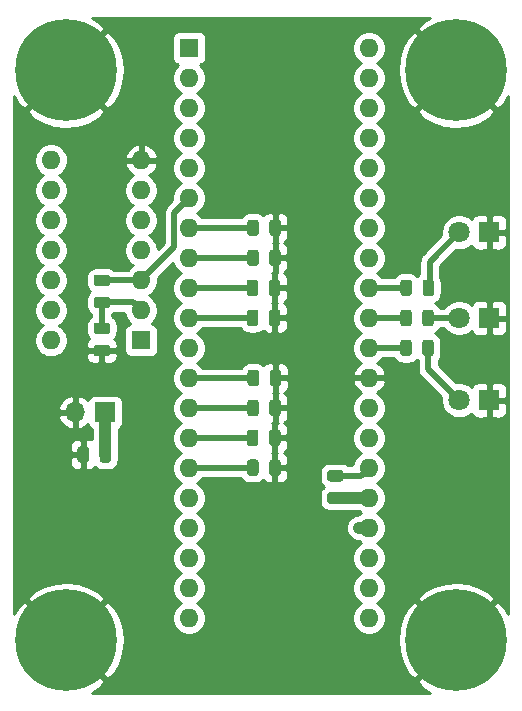
<source format=gbr>
G04 #@! TF.GenerationSoftware,KiCad,Pcbnew,(5.1.6)-1*
G04 #@! TF.CreationDate,2020-06-08T09:52:31+03:00*
G04 #@! TF.ProjectId,Z80,5a38302e-6b69-4636-9164-5f7063625858,rev?*
G04 #@! TF.SameCoordinates,Original*
G04 #@! TF.FileFunction,Copper,L2,Bot*
G04 #@! TF.FilePolarity,Positive*
%FSLAX46Y46*%
G04 Gerber Fmt 4.6, Leading zero omitted, Abs format (unit mm)*
G04 Created by KiCad (PCBNEW (5.1.6)-1) date 2020-06-08 09:52:31*
%MOMM*%
%LPD*%
G01*
G04 APERTURE LIST*
G04 #@! TA.AperFunction,ComponentPad*
%ADD10C,1.800000*%
G04 #@! TD*
G04 #@! TA.AperFunction,ComponentPad*
%ADD11R,1.800000X1.800000*%
G04 #@! TD*
G04 #@! TA.AperFunction,ComponentPad*
%ADD12O,1.600000X1.600000*%
G04 #@! TD*
G04 #@! TA.AperFunction,ComponentPad*
%ADD13R,1.600000X1.600000*%
G04 #@! TD*
G04 #@! TA.AperFunction,ComponentPad*
%ADD14C,0.900000*%
G04 #@! TD*
G04 #@! TA.AperFunction,ComponentPad*
%ADD15C,8.600000*%
G04 #@! TD*
G04 #@! TA.AperFunction,ComponentPad*
%ADD16R,1.700000X1.700000*%
G04 #@! TD*
G04 #@! TA.AperFunction,ComponentPad*
%ADD17O,1.700000X1.700000*%
G04 #@! TD*
G04 #@! TA.AperFunction,Conductor*
%ADD18C,1.000000*%
G04 #@! TD*
G04 #@! TA.AperFunction,Conductor*
%ADD19C,0.500000*%
G04 #@! TD*
G04 #@! TA.AperFunction,Conductor*
%ADD20C,0.254000*%
G04 #@! TD*
G04 APERTURE END LIST*
D10*
X77724000Y-56896000D03*
D11*
X80264000Y-56896000D03*
D10*
X77734160Y-64147700D03*
D11*
X80274160Y-64147700D03*
D10*
X77724000Y-71120000D03*
D11*
X80264000Y-71120000D03*
G04 #@! TA.AperFunction,SMDPad,CuDef*
G36*
G01*
X47013810Y-66416340D02*
X47926310Y-66416340D01*
G75*
G02*
X48170060Y-66660090I0J-243750D01*
G01*
X48170060Y-67147590D01*
G75*
G02*
X47926310Y-67391340I-243750J0D01*
G01*
X47013810Y-67391340D01*
G75*
G02*
X46770060Y-67147590I0J243750D01*
G01*
X46770060Y-66660090D01*
G75*
G02*
X47013810Y-66416340I243750J0D01*
G01*
G37*
G04 #@! TD.AperFunction*
G04 #@! TA.AperFunction,SMDPad,CuDef*
G36*
G01*
X47013810Y-64541340D02*
X47926310Y-64541340D01*
G75*
G02*
X48170060Y-64785090I0J-243750D01*
G01*
X48170060Y-65272590D01*
G75*
G02*
X47926310Y-65516340I-243750J0D01*
G01*
X47013810Y-65516340D01*
G75*
G02*
X46770060Y-65272590I0J243750D01*
G01*
X46770060Y-64785090D01*
G75*
G02*
X47013810Y-64541340I243750J0D01*
G01*
G37*
G04 #@! TD.AperFunction*
D12*
X70104000Y-41275000D03*
X54864000Y-89535000D03*
X70104000Y-43815000D03*
X54864000Y-86995000D03*
X70104000Y-46355000D03*
X54864000Y-84455000D03*
X70104000Y-48895000D03*
X54864000Y-81915000D03*
X70104000Y-51435000D03*
X54864000Y-79375000D03*
X70104000Y-53975000D03*
X54864000Y-76835000D03*
X70104000Y-56515000D03*
X54864000Y-74295000D03*
X70104000Y-59055000D03*
X54864000Y-71755000D03*
X70104000Y-61595000D03*
X54864000Y-69215000D03*
X70104000Y-64135000D03*
X54864000Y-66675000D03*
X70104000Y-66675000D03*
X54864000Y-64135000D03*
X70104000Y-69215000D03*
X54864000Y-61595000D03*
X70104000Y-71755000D03*
X54864000Y-59055000D03*
X70104000Y-74295000D03*
X54864000Y-56515000D03*
X70104000Y-76835000D03*
X54864000Y-53975000D03*
X70104000Y-79375000D03*
X54864000Y-51435000D03*
X70104000Y-81915000D03*
X54864000Y-48895000D03*
X70104000Y-84455000D03*
X54864000Y-46355000D03*
X70104000Y-86995000D03*
X54864000Y-43815000D03*
X70104000Y-89535000D03*
D13*
X54864000Y-41275000D03*
D12*
X43180000Y-66040000D03*
X50800000Y-50800000D03*
X43180000Y-63500000D03*
X50800000Y-53340000D03*
X43180000Y-60960000D03*
X50800000Y-55880000D03*
X43180000Y-58420000D03*
X50800000Y-58420000D03*
X43180000Y-55880000D03*
X50800000Y-60960000D03*
X43180000Y-53340000D03*
X50800000Y-63500000D03*
X43180000Y-50800000D03*
D13*
X50800000Y-66040000D03*
D14*
X79750419Y-89159581D03*
X77470000Y-88215000D03*
X75189581Y-89159581D03*
X74245000Y-91440000D03*
X75189581Y-93720419D03*
X77470000Y-94665000D03*
X79750419Y-93720419D03*
X80695000Y-91440000D03*
D15*
X77470000Y-91440000D03*
D14*
X79750419Y-40899581D03*
X77470000Y-39955000D03*
X75189581Y-40899581D03*
X74245000Y-43180000D03*
X75189581Y-45460419D03*
X77470000Y-46405000D03*
X79750419Y-45460419D03*
X80695000Y-43180000D03*
D15*
X77470000Y-43180000D03*
D14*
X46730419Y-89159581D03*
X44450000Y-88215000D03*
X42169581Y-89159581D03*
X41225000Y-91440000D03*
X42169581Y-93720419D03*
X44450000Y-94665000D03*
X46730419Y-93720419D03*
X47675000Y-91440000D03*
D15*
X44450000Y-91440000D03*
D14*
X46730419Y-40899581D03*
X44450000Y-39955000D03*
X42169581Y-40899581D03*
X41225000Y-43180000D03*
X42169581Y-45460419D03*
X44450000Y-46405000D03*
X46730419Y-45460419D03*
X47675000Y-43180000D03*
D15*
X44450000Y-43180000D03*
G04 #@! TA.AperFunction,SMDPad,CuDef*
G36*
G01*
X45399900Y-76160950D02*
X45399900Y-75248450D01*
G75*
G02*
X45643650Y-75004700I243750J0D01*
G01*
X46131150Y-75004700D01*
G75*
G02*
X46374900Y-75248450I0J-243750D01*
G01*
X46374900Y-76160950D01*
G75*
G02*
X46131150Y-76404700I-243750J0D01*
G01*
X45643650Y-76404700D01*
G75*
G02*
X45399900Y-76160950I0J243750D01*
G01*
G37*
G04 #@! TD.AperFunction*
G04 #@! TA.AperFunction,SMDPad,CuDef*
G36*
G01*
X47274900Y-76160950D02*
X47274900Y-75248450D01*
G75*
G02*
X47518650Y-75004700I243750J0D01*
G01*
X48006150Y-75004700D01*
G75*
G02*
X48249900Y-75248450I0J-243750D01*
G01*
X48249900Y-76160950D01*
G75*
G02*
X48006150Y-76404700I-243750J0D01*
G01*
X47518650Y-76404700D01*
G75*
G02*
X47274900Y-76160950I0J243750D01*
G01*
G37*
G04 #@! TD.AperFunction*
D16*
X47752000Y-72136000D03*
D17*
X45212000Y-72136000D03*
G04 #@! TA.AperFunction,SMDPad,CuDef*
G36*
G01*
X47018890Y-60472260D02*
X47931390Y-60472260D01*
G75*
G02*
X48175140Y-60716010I0J-243750D01*
G01*
X48175140Y-61203510D01*
G75*
G02*
X47931390Y-61447260I-243750J0D01*
G01*
X47018890Y-61447260D01*
G75*
G02*
X46775140Y-61203510I0J243750D01*
G01*
X46775140Y-60716010D01*
G75*
G02*
X47018890Y-60472260I243750J0D01*
G01*
G37*
G04 #@! TD.AperFunction*
G04 #@! TA.AperFunction,SMDPad,CuDef*
G36*
G01*
X47018890Y-62347260D02*
X47931390Y-62347260D01*
G75*
G02*
X48175140Y-62591010I0J-243750D01*
G01*
X48175140Y-63078510D01*
G75*
G02*
X47931390Y-63322260I-243750J0D01*
G01*
X47018890Y-63322260D01*
G75*
G02*
X46775140Y-63078510I0J243750D01*
G01*
X46775140Y-62591010D01*
G75*
G02*
X47018890Y-62347260I243750J0D01*
G01*
G37*
G04 #@! TD.AperFunction*
G04 #@! TA.AperFunction,SMDPad,CuDef*
G36*
G01*
X67697670Y-79872900D02*
X66785170Y-79872900D01*
G75*
G02*
X66541420Y-79629150I0J243750D01*
G01*
X66541420Y-79141650D01*
G75*
G02*
X66785170Y-78897900I243750J0D01*
G01*
X67697670Y-78897900D01*
G75*
G02*
X67941420Y-79141650I0J-243750D01*
G01*
X67941420Y-79629150D01*
G75*
G02*
X67697670Y-79872900I-243750J0D01*
G01*
G37*
G04 #@! TD.AperFunction*
G04 #@! TA.AperFunction,SMDPad,CuDef*
G36*
G01*
X67697670Y-77997900D02*
X66785170Y-77997900D01*
G75*
G02*
X66541420Y-77754150I0J243750D01*
G01*
X66541420Y-77266650D01*
G75*
G02*
X66785170Y-77022900I243750J0D01*
G01*
X67697670Y-77022900D01*
G75*
G02*
X67941420Y-77266650I0J-243750D01*
G01*
X67941420Y-77754150D01*
G75*
G02*
X67697670Y-77997900I-243750J0D01*
G01*
G37*
G04 #@! TD.AperFunction*
G04 #@! TA.AperFunction,SMDPad,CuDef*
G36*
G01*
X74610380Y-67131250D02*
X74610380Y-66218750D01*
G75*
G02*
X74854130Y-65975000I243750J0D01*
G01*
X75341630Y-65975000D01*
G75*
G02*
X75585380Y-66218750I0J-243750D01*
G01*
X75585380Y-67131250D01*
G75*
G02*
X75341630Y-67375000I-243750J0D01*
G01*
X74854130Y-67375000D01*
G75*
G02*
X74610380Y-67131250I0J243750D01*
G01*
G37*
G04 #@! TD.AperFunction*
G04 #@! TA.AperFunction,SMDPad,CuDef*
G36*
G01*
X72735380Y-67131250D02*
X72735380Y-66218750D01*
G75*
G02*
X72979130Y-65975000I243750J0D01*
G01*
X73466630Y-65975000D01*
G75*
G02*
X73710380Y-66218750I0J-243750D01*
G01*
X73710380Y-67131250D01*
G75*
G02*
X73466630Y-67375000I-243750J0D01*
G01*
X72979130Y-67375000D01*
G75*
G02*
X72735380Y-67131250I0J243750D01*
G01*
G37*
G04 #@! TD.AperFunction*
G04 #@! TA.AperFunction,SMDPad,CuDef*
G36*
G01*
X72732840Y-64603950D02*
X72732840Y-63691450D01*
G75*
G02*
X72976590Y-63447700I243750J0D01*
G01*
X73464090Y-63447700D01*
G75*
G02*
X73707840Y-63691450I0J-243750D01*
G01*
X73707840Y-64603950D01*
G75*
G02*
X73464090Y-64847700I-243750J0D01*
G01*
X72976590Y-64847700D01*
G75*
G02*
X72732840Y-64603950I0J243750D01*
G01*
G37*
G04 #@! TD.AperFunction*
G04 #@! TA.AperFunction,SMDPad,CuDef*
G36*
G01*
X74607840Y-64603950D02*
X74607840Y-63691450D01*
G75*
G02*
X74851590Y-63447700I243750J0D01*
G01*
X75339090Y-63447700D01*
G75*
G02*
X75582840Y-63691450I0J-243750D01*
G01*
X75582840Y-64603950D01*
G75*
G02*
X75339090Y-64847700I-243750J0D01*
G01*
X74851590Y-64847700D01*
G75*
G02*
X74607840Y-64603950I0J243750D01*
G01*
G37*
G04 #@! TD.AperFunction*
G04 #@! TA.AperFunction,SMDPad,CuDef*
G36*
G01*
X74625620Y-62048710D02*
X74625620Y-61136210D01*
G75*
G02*
X74869370Y-60892460I243750J0D01*
G01*
X75356870Y-60892460D01*
G75*
G02*
X75600620Y-61136210I0J-243750D01*
G01*
X75600620Y-62048710D01*
G75*
G02*
X75356870Y-62292460I-243750J0D01*
G01*
X74869370Y-62292460D01*
G75*
G02*
X74625620Y-62048710I0J243750D01*
G01*
G37*
G04 #@! TD.AperFunction*
G04 #@! TA.AperFunction,SMDPad,CuDef*
G36*
G01*
X72750620Y-62048710D02*
X72750620Y-61136210D01*
G75*
G02*
X72994370Y-60892460I243750J0D01*
G01*
X73481870Y-60892460D01*
G75*
G02*
X73725620Y-61136210I0J-243750D01*
G01*
X73725620Y-62048710D01*
G75*
G02*
X73481870Y-62292460I-243750J0D01*
G01*
X72994370Y-62292460D01*
G75*
G02*
X72750620Y-62048710I0J243750D01*
G01*
G37*
G04 #@! TD.AperFunction*
G04 #@! TA.AperFunction,SMDPad,CuDef*
G36*
G01*
X61630980Y-74746170D02*
X61630980Y-73833670D01*
G75*
G02*
X61874730Y-73589920I243750J0D01*
G01*
X62362230Y-73589920D01*
G75*
G02*
X62605980Y-73833670I0J-243750D01*
G01*
X62605980Y-74746170D01*
G75*
G02*
X62362230Y-74989920I-243750J0D01*
G01*
X61874730Y-74989920D01*
G75*
G02*
X61630980Y-74746170I0J243750D01*
G01*
G37*
G04 #@! TD.AperFunction*
G04 #@! TA.AperFunction,SMDPad,CuDef*
G36*
G01*
X59755980Y-74746170D02*
X59755980Y-73833670D01*
G75*
G02*
X59999730Y-73589920I243750J0D01*
G01*
X60487230Y-73589920D01*
G75*
G02*
X60730980Y-73833670I0J-243750D01*
G01*
X60730980Y-74746170D01*
G75*
G02*
X60487230Y-74989920I-243750J0D01*
G01*
X59999730Y-74989920D01*
G75*
G02*
X59755980Y-74746170I0J243750D01*
G01*
G37*
G04 #@! TD.AperFunction*
G04 #@! TA.AperFunction,SMDPad,CuDef*
G36*
G01*
X59766140Y-77276010D02*
X59766140Y-76363510D01*
G75*
G02*
X60009890Y-76119760I243750J0D01*
G01*
X60497390Y-76119760D01*
G75*
G02*
X60741140Y-76363510I0J-243750D01*
G01*
X60741140Y-77276010D01*
G75*
G02*
X60497390Y-77519760I-243750J0D01*
G01*
X60009890Y-77519760D01*
G75*
G02*
X59766140Y-77276010I0J243750D01*
G01*
G37*
G04 #@! TD.AperFunction*
G04 #@! TA.AperFunction,SMDPad,CuDef*
G36*
G01*
X61641140Y-77276010D02*
X61641140Y-76363510D01*
G75*
G02*
X61884890Y-76119760I243750J0D01*
G01*
X62372390Y-76119760D01*
G75*
G02*
X62616140Y-76363510I0J-243750D01*
G01*
X62616140Y-77276010D01*
G75*
G02*
X62372390Y-77519760I-243750J0D01*
G01*
X61884890Y-77519760D01*
G75*
G02*
X61641140Y-77276010I0J243750D01*
G01*
G37*
G04 #@! TD.AperFunction*
G04 #@! TA.AperFunction,SMDPad,CuDef*
G36*
G01*
X61679240Y-69681410D02*
X61679240Y-68768910D01*
G75*
G02*
X61922990Y-68525160I243750J0D01*
G01*
X62410490Y-68525160D01*
G75*
G02*
X62654240Y-68768910I0J-243750D01*
G01*
X62654240Y-69681410D01*
G75*
G02*
X62410490Y-69925160I-243750J0D01*
G01*
X61922990Y-69925160D01*
G75*
G02*
X61679240Y-69681410I0J243750D01*
G01*
G37*
G04 #@! TD.AperFunction*
G04 #@! TA.AperFunction,SMDPad,CuDef*
G36*
G01*
X59804240Y-69681410D02*
X59804240Y-68768910D01*
G75*
G02*
X60047990Y-68525160I243750J0D01*
G01*
X60535490Y-68525160D01*
G75*
G02*
X60779240Y-68768910I0J-243750D01*
G01*
X60779240Y-69681410D01*
G75*
G02*
X60535490Y-69925160I-243750J0D01*
G01*
X60047990Y-69925160D01*
G75*
G02*
X59804240Y-69681410I0J243750D01*
G01*
G37*
G04 #@! TD.AperFunction*
G04 #@! TA.AperFunction,SMDPad,CuDef*
G36*
G01*
X59773760Y-59508710D02*
X59773760Y-58596210D01*
G75*
G02*
X60017510Y-58352460I243750J0D01*
G01*
X60505010Y-58352460D01*
G75*
G02*
X60748760Y-58596210I0J-243750D01*
G01*
X60748760Y-59508710D01*
G75*
G02*
X60505010Y-59752460I-243750J0D01*
G01*
X60017510Y-59752460D01*
G75*
G02*
X59773760Y-59508710I0J243750D01*
G01*
G37*
G04 #@! TD.AperFunction*
G04 #@! TA.AperFunction,SMDPad,CuDef*
G36*
G01*
X61648760Y-59508710D02*
X61648760Y-58596210D01*
G75*
G02*
X61892510Y-58352460I243750J0D01*
G01*
X62380010Y-58352460D01*
G75*
G02*
X62623760Y-58596210I0J-243750D01*
G01*
X62623760Y-59508710D01*
G75*
G02*
X62380010Y-59752460I-243750J0D01*
G01*
X61892510Y-59752460D01*
G75*
G02*
X61648760Y-59508710I0J243750D01*
G01*
G37*
G04 #@! TD.AperFunction*
G04 #@! TA.AperFunction,SMDPad,CuDef*
G36*
G01*
X59786460Y-56973790D02*
X59786460Y-56061290D01*
G75*
G02*
X60030210Y-55817540I243750J0D01*
G01*
X60517710Y-55817540D01*
G75*
G02*
X60761460Y-56061290I0J-243750D01*
G01*
X60761460Y-56973790D01*
G75*
G02*
X60517710Y-57217540I-243750J0D01*
G01*
X60030210Y-57217540D01*
G75*
G02*
X59786460Y-56973790I0J243750D01*
G01*
G37*
G04 #@! TD.AperFunction*
G04 #@! TA.AperFunction,SMDPad,CuDef*
G36*
G01*
X61661460Y-56973790D02*
X61661460Y-56061290D01*
G75*
G02*
X61905210Y-55817540I243750J0D01*
G01*
X62392710Y-55817540D01*
G75*
G02*
X62636460Y-56061290I0J-243750D01*
G01*
X62636460Y-56973790D01*
G75*
G02*
X62392710Y-57217540I-243750J0D01*
G01*
X61905210Y-57217540D01*
G75*
G02*
X61661460Y-56973790I0J243750D01*
G01*
G37*
G04 #@! TD.AperFunction*
G04 #@! TA.AperFunction,SMDPad,CuDef*
G36*
G01*
X61608120Y-62053790D02*
X61608120Y-61141290D01*
G75*
G02*
X61851870Y-60897540I243750J0D01*
G01*
X62339370Y-60897540D01*
G75*
G02*
X62583120Y-61141290I0J-243750D01*
G01*
X62583120Y-62053790D01*
G75*
G02*
X62339370Y-62297540I-243750J0D01*
G01*
X61851870Y-62297540D01*
G75*
G02*
X61608120Y-62053790I0J243750D01*
G01*
G37*
G04 #@! TD.AperFunction*
G04 #@! TA.AperFunction,SMDPad,CuDef*
G36*
G01*
X59733120Y-62053790D02*
X59733120Y-61141290D01*
G75*
G02*
X59976870Y-60897540I243750J0D01*
G01*
X60464370Y-60897540D01*
G75*
G02*
X60708120Y-61141290I0J-243750D01*
G01*
X60708120Y-62053790D01*
G75*
G02*
X60464370Y-62297540I-243750J0D01*
G01*
X59976870Y-62297540D01*
G75*
G02*
X59733120Y-62053790I0J243750D01*
G01*
G37*
G04 #@! TD.AperFunction*
G04 #@! TA.AperFunction,SMDPad,CuDef*
G36*
G01*
X59745820Y-64591250D02*
X59745820Y-63678750D01*
G75*
G02*
X59989570Y-63435000I243750J0D01*
G01*
X60477070Y-63435000D01*
G75*
G02*
X60720820Y-63678750I0J-243750D01*
G01*
X60720820Y-64591250D01*
G75*
G02*
X60477070Y-64835000I-243750J0D01*
G01*
X59989570Y-64835000D01*
G75*
G02*
X59745820Y-64591250I0J243750D01*
G01*
G37*
G04 #@! TD.AperFunction*
G04 #@! TA.AperFunction,SMDPad,CuDef*
G36*
G01*
X61620820Y-64591250D02*
X61620820Y-63678750D01*
G75*
G02*
X61864570Y-63435000I243750J0D01*
G01*
X62352070Y-63435000D01*
G75*
G02*
X62595820Y-63678750I0J-243750D01*
G01*
X62595820Y-64591250D01*
G75*
G02*
X62352070Y-64835000I-243750J0D01*
G01*
X61864570Y-64835000D01*
G75*
G02*
X61620820Y-64591250I0J243750D01*
G01*
G37*
G04 #@! TD.AperFunction*
G04 #@! TA.AperFunction,SMDPad,CuDef*
G36*
G01*
X61661460Y-72218870D02*
X61661460Y-71306370D01*
G75*
G02*
X61905210Y-71062620I243750J0D01*
G01*
X62392710Y-71062620D01*
G75*
G02*
X62636460Y-71306370I0J-243750D01*
G01*
X62636460Y-72218870D01*
G75*
G02*
X62392710Y-72462620I-243750J0D01*
G01*
X61905210Y-72462620D01*
G75*
G02*
X61661460Y-72218870I0J243750D01*
G01*
G37*
G04 #@! TD.AperFunction*
G04 #@! TA.AperFunction,SMDPad,CuDef*
G36*
G01*
X59786460Y-72218870D02*
X59786460Y-71306370D01*
G75*
G02*
X60030210Y-71062620I243750J0D01*
G01*
X60517710Y-71062620D01*
G75*
G02*
X60761460Y-71306370I0J-243750D01*
G01*
X60761460Y-72218870D01*
G75*
G02*
X60517710Y-72462620I-243750J0D01*
G01*
X60030210Y-72462620D01*
G75*
G02*
X59786460Y-72218870I0J243750D01*
G01*
G37*
G04 #@! TD.AperFunction*
D18*
X69271680Y-81915000D02*
X70104000Y-81915000D01*
X47752000Y-75694300D02*
X47762400Y-75704700D01*
X47752000Y-72136000D02*
X47752000Y-75694300D01*
X70093600Y-79385400D02*
X70104000Y-79375000D01*
X67241420Y-79385400D02*
X70093600Y-79385400D01*
D19*
X47470060Y-62839840D02*
X47475140Y-62834760D01*
X47470060Y-65028840D02*
X47470060Y-62839840D01*
X50134760Y-62834760D02*
X50800000Y-63500000D01*
X47475140Y-62834760D02*
X50134760Y-62834760D01*
X75097880Y-68493880D02*
X77724000Y-71120000D01*
X75097880Y-66675000D02*
X75097880Y-68493880D01*
X77584300Y-64147700D02*
X77724000Y-64008000D01*
X75095340Y-64147700D02*
X77734160Y-64147700D01*
X75245200Y-59374800D02*
X77724000Y-56896000D01*
X75245200Y-61595000D02*
X75245200Y-59374800D01*
X50799760Y-60959760D02*
X50800000Y-60960000D01*
X47475140Y-60959760D02*
X50799760Y-60959760D01*
X53613999Y-55225001D02*
X54864000Y-53975000D01*
X53613999Y-58146001D02*
X53613999Y-55225001D01*
X50800000Y-60960000D02*
X53613999Y-58146001D01*
X70101460Y-76832460D02*
X70104000Y-76835000D01*
X69428600Y-77510400D02*
X70104000Y-76835000D01*
X67241420Y-77510400D02*
X69428600Y-77510400D01*
X70104000Y-66675000D02*
X73222880Y-66675000D01*
X73207640Y-64135000D02*
X73220340Y-64147700D01*
X70104000Y-64135000D02*
X73207640Y-64135000D01*
X70104000Y-61595000D02*
X73370200Y-61595000D01*
X54869080Y-74289920D02*
X54864000Y-74295000D01*
X60243480Y-74289920D02*
X54869080Y-74289920D01*
X54879240Y-76819760D02*
X54864000Y-76835000D01*
X60253640Y-76819760D02*
X54879240Y-76819760D01*
X54874160Y-69225160D02*
X54864000Y-69215000D01*
X60291740Y-69225160D02*
X54874160Y-69225160D01*
X54866540Y-59052460D02*
X54864000Y-59055000D01*
X60261260Y-59052460D02*
X54866540Y-59052460D01*
X54866540Y-56517540D02*
X54864000Y-56515000D01*
X60273960Y-56517540D02*
X54866540Y-56517540D01*
X54866540Y-61597540D02*
X54864000Y-61595000D01*
X60220620Y-61597540D02*
X54866540Y-61597540D01*
X60233320Y-64135000D02*
X54864000Y-64135000D01*
X54871620Y-71762620D02*
X54864000Y-71755000D01*
X60273960Y-71762620D02*
X54871620Y-71762620D01*
D20*
G36*
X74771560Y-39019606D02*
G01*
X74658946Y-39094851D01*
X74166787Y-39697182D01*
X77470000Y-43000395D01*
X77484143Y-42986253D01*
X77663748Y-43165858D01*
X77649605Y-43180000D01*
X80952818Y-46483213D01*
X81555149Y-45991054D01*
X81890001Y-45384657D01*
X81890000Y-89243622D01*
X81630394Y-88741560D01*
X81555149Y-88628946D01*
X80952818Y-88136787D01*
X77649605Y-91440000D01*
X77663748Y-91454143D01*
X77484143Y-91633748D01*
X77470000Y-91619605D01*
X74166787Y-94922818D01*
X74658946Y-95525149D01*
X75265342Y-95860000D01*
X46646378Y-95860000D01*
X47148440Y-95600394D01*
X47261054Y-95525149D01*
X47753213Y-94922818D01*
X44450000Y-91619605D01*
X44435858Y-91633748D01*
X44256253Y-91454143D01*
X44270395Y-91440000D01*
X44629605Y-91440000D01*
X47932818Y-94743213D01*
X48535149Y-94251054D01*
X49005063Y-93400067D01*
X49299929Y-92473757D01*
X49408414Y-91507719D01*
X49396940Y-91372281D01*
X72511586Y-91372281D01*
X72593649Y-92340921D01*
X72863107Y-93274938D01*
X73309606Y-94138440D01*
X73384851Y-94251054D01*
X73987182Y-94743213D01*
X77290395Y-91440000D01*
X73987182Y-88136787D01*
X73384851Y-88628946D01*
X72914937Y-89479933D01*
X72620071Y-90406243D01*
X72511586Y-91372281D01*
X49396940Y-91372281D01*
X49326351Y-90539079D01*
X49056893Y-89605062D01*
X48610394Y-88741560D01*
X48535149Y-88628946D01*
X47932818Y-88136787D01*
X44629605Y-91440000D01*
X44270395Y-91440000D01*
X40967182Y-88136787D01*
X40364851Y-88628946D01*
X40030000Y-89235342D01*
X40030000Y-87957182D01*
X41146787Y-87957182D01*
X44450000Y-91260395D01*
X47753213Y-87957182D01*
X47261054Y-87354851D01*
X46410067Y-86884937D01*
X45483757Y-86590071D01*
X44517719Y-86481586D01*
X43549079Y-86563649D01*
X42615062Y-86833107D01*
X41751560Y-87279606D01*
X41638946Y-87354851D01*
X41146787Y-87957182D01*
X40030000Y-87957182D01*
X40030000Y-76404700D01*
X44761828Y-76404700D01*
X44774088Y-76529182D01*
X44810398Y-76648880D01*
X44869363Y-76759194D01*
X44948715Y-76855885D01*
X45045406Y-76935237D01*
X45155720Y-76994202D01*
X45275418Y-77030512D01*
X45399900Y-77042772D01*
X45601650Y-77039700D01*
X45760400Y-76880950D01*
X45760400Y-75831700D01*
X44923650Y-75831700D01*
X44764900Y-75990450D01*
X44761828Y-76404700D01*
X40030000Y-76404700D01*
X40030000Y-75004700D01*
X44761828Y-75004700D01*
X44764900Y-75418950D01*
X44923650Y-75577700D01*
X45760400Y-75577700D01*
X45760400Y-74528450D01*
X45601650Y-74369700D01*
X45399900Y-74366628D01*
X45275418Y-74378888D01*
X45155720Y-74415198D01*
X45045406Y-74474163D01*
X44948715Y-74553515D01*
X44869363Y-74650206D01*
X44810398Y-74760520D01*
X44774088Y-74880218D01*
X44761828Y-75004700D01*
X40030000Y-75004700D01*
X40030000Y-72492891D01*
X43770519Y-72492891D01*
X43867843Y-72767252D01*
X44016822Y-73017355D01*
X44211731Y-73233588D01*
X44445080Y-73407641D01*
X44707901Y-73532825D01*
X44855110Y-73577476D01*
X45085000Y-73456155D01*
X45085000Y-72263000D01*
X43891186Y-72263000D01*
X43770519Y-72492891D01*
X40030000Y-72492891D01*
X40030000Y-71779109D01*
X43770519Y-71779109D01*
X43891186Y-72009000D01*
X45085000Y-72009000D01*
X45085000Y-70815845D01*
X45339000Y-70815845D01*
X45339000Y-72009000D01*
X45359000Y-72009000D01*
X45359000Y-72263000D01*
X45339000Y-72263000D01*
X45339000Y-73456155D01*
X45568890Y-73577476D01*
X45716099Y-73532825D01*
X45978920Y-73407641D01*
X46212269Y-73233588D01*
X46288034Y-73149534D01*
X46312498Y-73230180D01*
X46371463Y-73340494D01*
X46450815Y-73437185D01*
X46547506Y-73516537D01*
X46617000Y-73553683D01*
X46617001Y-74414567D01*
X46499382Y-74378888D01*
X46374900Y-74366628D01*
X46173150Y-74369700D01*
X46014400Y-74528450D01*
X46014400Y-75577700D01*
X46034400Y-75577700D01*
X46034400Y-75831700D01*
X46014400Y-75831700D01*
X46014400Y-76880950D01*
X46173150Y-77039700D01*
X46374900Y-77042772D01*
X46499382Y-77030512D01*
X46619080Y-76994202D01*
X46729394Y-76935237D01*
X46826085Y-76855885D01*
X46889892Y-76778136D01*
X46895108Y-76784492D01*
X47028736Y-76894158D01*
X47181191Y-76975647D01*
X47346615Y-77025828D01*
X47518650Y-77042772D01*
X48006150Y-77042772D01*
X48178185Y-77025828D01*
X48343609Y-76975647D01*
X48496064Y-76894158D01*
X48629692Y-76784492D01*
X48739358Y-76650864D01*
X48820847Y-76498409D01*
X48871028Y-76332985D01*
X48887972Y-76160950D01*
X48887972Y-75856177D01*
X48902891Y-75704700D01*
X48887972Y-75553224D01*
X48887972Y-75248450D01*
X48887000Y-75238581D01*
X48887000Y-73553683D01*
X48956494Y-73516537D01*
X49053185Y-73437185D01*
X49132537Y-73340494D01*
X49191502Y-73230180D01*
X49227812Y-73110482D01*
X49240072Y-72986000D01*
X49240072Y-71286000D01*
X49227812Y-71161518D01*
X49191502Y-71041820D01*
X49132537Y-70931506D01*
X49053185Y-70834815D01*
X48956494Y-70755463D01*
X48846180Y-70696498D01*
X48726482Y-70660188D01*
X48602000Y-70647928D01*
X46902000Y-70647928D01*
X46777518Y-70660188D01*
X46657820Y-70696498D01*
X46547506Y-70755463D01*
X46450815Y-70834815D01*
X46371463Y-70931506D01*
X46312498Y-71041820D01*
X46288034Y-71122466D01*
X46212269Y-71038412D01*
X45978920Y-70864359D01*
X45716099Y-70739175D01*
X45568890Y-70694524D01*
X45339000Y-70815845D01*
X45085000Y-70815845D01*
X44855110Y-70694524D01*
X44707901Y-70739175D01*
X44445080Y-70864359D01*
X44211731Y-71038412D01*
X44016822Y-71254645D01*
X43867843Y-71504748D01*
X43770519Y-71779109D01*
X40030000Y-71779109D01*
X40030000Y-50658665D01*
X41745000Y-50658665D01*
X41745000Y-50941335D01*
X41800147Y-51218574D01*
X41908320Y-51479727D01*
X42065363Y-51714759D01*
X42265241Y-51914637D01*
X42497759Y-52070000D01*
X42265241Y-52225363D01*
X42065363Y-52425241D01*
X41908320Y-52660273D01*
X41800147Y-52921426D01*
X41745000Y-53198665D01*
X41745000Y-53481335D01*
X41800147Y-53758574D01*
X41908320Y-54019727D01*
X42065363Y-54254759D01*
X42265241Y-54454637D01*
X42497759Y-54610000D01*
X42265241Y-54765363D01*
X42065363Y-54965241D01*
X41908320Y-55200273D01*
X41800147Y-55461426D01*
X41745000Y-55738665D01*
X41745000Y-56021335D01*
X41800147Y-56298574D01*
X41908320Y-56559727D01*
X42065363Y-56794759D01*
X42265241Y-56994637D01*
X42497759Y-57150000D01*
X42265241Y-57305363D01*
X42065363Y-57505241D01*
X41908320Y-57740273D01*
X41800147Y-58001426D01*
X41745000Y-58278665D01*
X41745000Y-58561335D01*
X41800147Y-58838574D01*
X41908320Y-59099727D01*
X42065363Y-59334759D01*
X42265241Y-59534637D01*
X42497759Y-59690000D01*
X42265241Y-59845363D01*
X42065363Y-60045241D01*
X41908320Y-60280273D01*
X41800147Y-60541426D01*
X41745000Y-60818665D01*
X41745000Y-61101335D01*
X41800147Y-61378574D01*
X41908320Y-61639727D01*
X42065363Y-61874759D01*
X42265241Y-62074637D01*
X42497759Y-62230000D01*
X42265241Y-62385363D01*
X42065363Y-62585241D01*
X41908320Y-62820273D01*
X41800147Y-63081426D01*
X41745000Y-63358665D01*
X41745000Y-63641335D01*
X41800147Y-63918574D01*
X41908320Y-64179727D01*
X42065363Y-64414759D01*
X42265241Y-64614637D01*
X42497759Y-64770000D01*
X42265241Y-64925363D01*
X42065363Y-65125241D01*
X41908320Y-65360273D01*
X41800147Y-65621426D01*
X41745000Y-65898665D01*
X41745000Y-66181335D01*
X41800147Y-66458574D01*
X41908320Y-66719727D01*
X42065363Y-66954759D01*
X42265241Y-67154637D01*
X42500273Y-67311680D01*
X42761426Y-67419853D01*
X43038665Y-67475000D01*
X43321335Y-67475000D01*
X43598574Y-67419853D01*
X43667410Y-67391340D01*
X46131988Y-67391340D01*
X46144248Y-67515822D01*
X46180558Y-67635520D01*
X46239523Y-67745834D01*
X46318875Y-67842525D01*
X46415566Y-67921877D01*
X46525880Y-67980842D01*
X46645578Y-68017152D01*
X46770060Y-68029412D01*
X47184310Y-68026340D01*
X47343060Y-67867590D01*
X47343060Y-67030840D01*
X47597060Y-67030840D01*
X47597060Y-67867590D01*
X47755810Y-68026340D01*
X48170060Y-68029412D01*
X48294542Y-68017152D01*
X48414240Y-67980842D01*
X48524554Y-67921877D01*
X48621245Y-67842525D01*
X48700597Y-67745834D01*
X48759562Y-67635520D01*
X48795872Y-67515822D01*
X48808132Y-67391340D01*
X48805060Y-67189590D01*
X48646310Y-67030840D01*
X47597060Y-67030840D01*
X47343060Y-67030840D01*
X46293810Y-67030840D01*
X46135060Y-67189590D01*
X46131988Y-67391340D01*
X43667410Y-67391340D01*
X43859727Y-67311680D01*
X44094759Y-67154637D01*
X44294637Y-66954759D01*
X44451680Y-66719727D01*
X44559853Y-66458574D01*
X44615000Y-66181335D01*
X44615000Y-65898665D01*
X44559853Y-65621426D01*
X44451680Y-65360273D01*
X44294637Y-65125241D01*
X44094759Y-64925363D01*
X43884825Y-64785090D01*
X46131988Y-64785090D01*
X46131988Y-65272590D01*
X46148932Y-65444625D01*
X46199113Y-65610049D01*
X46280602Y-65762504D01*
X46390268Y-65896132D01*
X46396624Y-65901348D01*
X46318875Y-65965155D01*
X46239523Y-66061846D01*
X46180558Y-66172160D01*
X46144248Y-66291858D01*
X46131988Y-66416340D01*
X46135060Y-66618090D01*
X46293810Y-66776840D01*
X47343060Y-66776840D01*
X47343060Y-66756840D01*
X47597060Y-66756840D01*
X47597060Y-66776840D01*
X48646310Y-66776840D01*
X48805060Y-66618090D01*
X48808132Y-66416340D01*
X48795872Y-66291858D01*
X48759562Y-66172160D01*
X48700597Y-66061846D01*
X48621245Y-65965155D01*
X48543496Y-65901348D01*
X48549852Y-65896132D01*
X48659518Y-65762504D01*
X48741007Y-65610049D01*
X48791188Y-65444625D01*
X48808132Y-65272590D01*
X48808132Y-64785090D01*
X48791188Y-64613055D01*
X48741007Y-64447631D01*
X48659518Y-64295176D01*
X48549852Y-64161548D01*
X48416224Y-64051882D01*
X48355060Y-64019189D01*
X48355060Y-63847126D01*
X48421304Y-63811718D01*
X48533355Y-63719760D01*
X49380600Y-63719760D01*
X49420147Y-63918574D01*
X49528320Y-64179727D01*
X49685363Y-64414759D01*
X49883961Y-64613357D01*
X49875518Y-64614188D01*
X49755820Y-64650498D01*
X49645506Y-64709463D01*
X49548815Y-64788815D01*
X49469463Y-64885506D01*
X49410498Y-64995820D01*
X49374188Y-65115518D01*
X49361928Y-65240000D01*
X49361928Y-66840000D01*
X49374188Y-66964482D01*
X49410498Y-67084180D01*
X49469463Y-67194494D01*
X49548815Y-67291185D01*
X49645506Y-67370537D01*
X49755820Y-67429502D01*
X49875518Y-67465812D01*
X50000000Y-67478072D01*
X51600000Y-67478072D01*
X51724482Y-67465812D01*
X51844180Y-67429502D01*
X51954494Y-67370537D01*
X52051185Y-67291185D01*
X52130537Y-67194494D01*
X52189502Y-67084180D01*
X52225812Y-66964482D01*
X52238072Y-66840000D01*
X52238072Y-65240000D01*
X52225812Y-65115518D01*
X52189502Y-64995820D01*
X52130537Y-64885506D01*
X52051185Y-64788815D01*
X51954494Y-64709463D01*
X51844180Y-64650498D01*
X51724482Y-64614188D01*
X51716039Y-64613357D01*
X51914637Y-64414759D01*
X52071680Y-64179727D01*
X52179853Y-63918574D01*
X52235000Y-63641335D01*
X52235000Y-63358665D01*
X52179853Y-63081426D01*
X52071680Y-62820273D01*
X51914637Y-62585241D01*
X51714759Y-62385363D01*
X51482241Y-62230000D01*
X51714759Y-62074637D01*
X51914637Y-61874759D01*
X52071680Y-61639727D01*
X52179853Y-61378574D01*
X52235000Y-61101335D01*
X52235000Y-60818665D01*
X52228017Y-60783561D01*
X53499922Y-59511657D01*
X53592320Y-59734727D01*
X53749363Y-59969759D01*
X53949241Y-60169637D01*
X54181759Y-60325000D01*
X53949241Y-60480363D01*
X53749363Y-60680241D01*
X53592320Y-60915273D01*
X53484147Y-61176426D01*
X53429000Y-61453665D01*
X53429000Y-61736335D01*
X53484147Y-62013574D01*
X53592320Y-62274727D01*
X53749363Y-62509759D01*
X53949241Y-62709637D01*
X54181759Y-62865000D01*
X53949241Y-63020363D01*
X53749363Y-63220241D01*
X53592320Y-63455273D01*
X53484147Y-63716426D01*
X53429000Y-63993665D01*
X53429000Y-64276335D01*
X53484147Y-64553574D01*
X53592320Y-64814727D01*
X53749363Y-65049759D01*
X53949241Y-65249637D01*
X54181759Y-65405000D01*
X53949241Y-65560363D01*
X53749363Y-65760241D01*
X53592320Y-65995273D01*
X53484147Y-66256426D01*
X53429000Y-66533665D01*
X53429000Y-66816335D01*
X53484147Y-67093574D01*
X53592320Y-67354727D01*
X53749363Y-67589759D01*
X53949241Y-67789637D01*
X54181759Y-67945000D01*
X53949241Y-68100363D01*
X53749363Y-68300241D01*
X53592320Y-68535273D01*
X53484147Y-68796426D01*
X53429000Y-69073665D01*
X53429000Y-69356335D01*
X53484147Y-69633574D01*
X53592320Y-69894727D01*
X53749363Y-70129759D01*
X53949241Y-70329637D01*
X54181759Y-70485000D01*
X53949241Y-70640363D01*
X53749363Y-70840241D01*
X53592320Y-71075273D01*
X53484147Y-71336426D01*
X53429000Y-71613665D01*
X53429000Y-71896335D01*
X53484147Y-72173574D01*
X53592320Y-72434727D01*
X53749363Y-72669759D01*
X53949241Y-72869637D01*
X54181759Y-73025000D01*
X53949241Y-73180363D01*
X53749363Y-73380241D01*
X53592320Y-73615273D01*
X53484147Y-73876426D01*
X53429000Y-74153665D01*
X53429000Y-74436335D01*
X53484147Y-74713574D01*
X53592320Y-74974727D01*
X53749363Y-75209759D01*
X53949241Y-75409637D01*
X54181759Y-75565000D01*
X53949241Y-75720363D01*
X53749363Y-75920241D01*
X53592320Y-76155273D01*
X53484147Y-76416426D01*
X53429000Y-76693665D01*
X53429000Y-76976335D01*
X53484147Y-77253574D01*
X53592320Y-77514727D01*
X53749363Y-77749759D01*
X53949241Y-77949637D01*
X54181759Y-78105000D01*
X53949241Y-78260363D01*
X53749363Y-78460241D01*
X53592320Y-78695273D01*
X53484147Y-78956426D01*
X53429000Y-79233665D01*
X53429000Y-79516335D01*
X53484147Y-79793574D01*
X53592320Y-80054727D01*
X53749363Y-80289759D01*
X53949241Y-80489637D01*
X54181759Y-80645000D01*
X53949241Y-80800363D01*
X53749363Y-81000241D01*
X53592320Y-81235273D01*
X53484147Y-81496426D01*
X53429000Y-81773665D01*
X53429000Y-82056335D01*
X53484147Y-82333574D01*
X53592320Y-82594727D01*
X53749363Y-82829759D01*
X53949241Y-83029637D01*
X54181759Y-83185000D01*
X53949241Y-83340363D01*
X53749363Y-83540241D01*
X53592320Y-83775273D01*
X53484147Y-84036426D01*
X53429000Y-84313665D01*
X53429000Y-84596335D01*
X53484147Y-84873574D01*
X53592320Y-85134727D01*
X53749363Y-85369759D01*
X53949241Y-85569637D01*
X54181759Y-85725000D01*
X53949241Y-85880363D01*
X53749363Y-86080241D01*
X53592320Y-86315273D01*
X53484147Y-86576426D01*
X53429000Y-86853665D01*
X53429000Y-87136335D01*
X53484147Y-87413574D01*
X53592320Y-87674727D01*
X53749363Y-87909759D01*
X53949241Y-88109637D01*
X54181759Y-88265000D01*
X53949241Y-88420363D01*
X53749363Y-88620241D01*
X53592320Y-88855273D01*
X53484147Y-89116426D01*
X53429000Y-89393665D01*
X53429000Y-89676335D01*
X53484147Y-89953574D01*
X53592320Y-90214727D01*
X53749363Y-90449759D01*
X53949241Y-90649637D01*
X54184273Y-90806680D01*
X54445426Y-90914853D01*
X54722665Y-90970000D01*
X55005335Y-90970000D01*
X55282574Y-90914853D01*
X55543727Y-90806680D01*
X55778759Y-90649637D01*
X55978637Y-90449759D01*
X56135680Y-90214727D01*
X56243853Y-89953574D01*
X56299000Y-89676335D01*
X56299000Y-89393665D01*
X56243853Y-89116426D01*
X56135680Y-88855273D01*
X55978637Y-88620241D01*
X55778759Y-88420363D01*
X55546241Y-88265000D01*
X55778759Y-88109637D01*
X55978637Y-87909759D01*
X56135680Y-87674727D01*
X56243853Y-87413574D01*
X56299000Y-87136335D01*
X56299000Y-86853665D01*
X56243853Y-86576426D01*
X56135680Y-86315273D01*
X55978637Y-86080241D01*
X55778759Y-85880363D01*
X55546241Y-85725000D01*
X55778759Y-85569637D01*
X55978637Y-85369759D01*
X56135680Y-85134727D01*
X56243853Y-84873574D01*
X56299000Y-84596335D01*
X56299000Y-84313665D01*
X56243853Y-84036426D01*
X56135680Y-83775273D01*
X55978637Y-83540241D01*
X55778759Y-83340363D01*
X55546241Y-83185000D01*
X55778759Y-83029637D01*
X55978637Y-82829759D01*
X56135680Y-82594727D01*
X56243853Y-82333574D01*
X56299000Y-82056335D01*
X56299000Y-81773665D01*
X56243853Y-81496426D01*
X56135680Y-81235273D01*
X55978637Y-81000241D01*
X55778759Y-80800363D01*
X55546241Y-80645000D01*
X55778759Y-80489637D01*
X55978637Y-80289759D01*
X56135680Y-80054727D01*
X56243853Y-79793574D01*
X56299000Y-79516335D01*
X56299000Y-79233665D01*
X56243853Y-78956426D01*
X56135680Y-78695273D01*
X55978637Y-78460241D01*
X55778759Y-78260363D01*
X55546241Y-78105000D01*
X55778759Y-77949637D01*
X55978637Y-77749759D01*
X56008704Y-77704760D01*
X59243989Y-77704760D01*
X59276682Y-77765924D01*
X59386348Y-77899552D01*
X59519976Y-78009218D01*
X59672431Y-78090707D01*
X59837855Y-78140888D01*
X60009890Y-78157832D01*
X60497390Y-78157832D01*
X60669425Y-78140888D01*
X60834849Y-78090707D01*
X60987304Y-78009218D01*
X61120932Y-77899552D01*
X61126148Y-77893196D01*
X61189955Y-77970945D01*
X61286646Y-78050297D01*
X61396960Y-78109262D01*
X61516658Y-78145572D01*
X61641140Y-78157832D01*
X61842890Y-78154760D01*
X62001640Y-77996010D01*
X62001640Y-76946760D01*
X62255640Y-76946760D01*
X62255640Y-77996010D01*
X62414390Y-78154760D01*
X62616140Y-78157832D01*
X62740622Y-78145572D01*
X62860320Y-78109262D01*
X62970634Y-78050297D01*
X63067325Y-77970945D01*
X63146677Y-77874254D01*
X63205642Y-77763940D01*
X63241952Y-77644242D01*
X63254212Y-77519760D01*
X63252335Y-77266650D01*
X65903348Y-77266650D01*
X65903348Y-77754150D01*
X65920292Y-77926185D01*
X65970473Y-78091609D01*
X66051962Y-78244064D01*
X66161628Y-78377692D01*
X66247176Y-78447900D01*
X66161628Y-78518108D01*
X66051962Y-78651736D01*
X65970473Y-78804191D01*
X65920292Y-78969615D01*
X65903348Y-79141650D01*
X65903348Y-79629150D01*
X65920292Y-79801185D01*
X65970473Y-79966609D01*
X66051962Y-80119064D01*
X66161628Y-80252692D01*
X66295256Y-80362358D01*
X66447711Y-80443847D01*
X66613135Y-80494028D01*
X66785170Y-80510972D01*
X67089943Y-80510972D01*
X67185668Y-80520400D01*
X69235281Y-80520400D01*
X69421759Y-80645000D01*
X69219716Y-80780000D01*
X69215928Y-80780000D01*
X69049181Y-80796423D01*
X68835233Y-80861324D01*
X68638057Y-80966716D01*
X68465231Y-81108551D01*
X68323396Y-81281377D01*
X68218004Y-81478553D01*
X68153103Y-81692501D01*
X68131189Y-81915000D01*
X68153103Y-82137499D01*
X68218004Y-82351447D01*
X68323396Y-82548623D01*
X68465231Y-82721449D01*
X68638057Y-82863284D01*
X68835233Y-82968676D01*
X69049181Y-83033577D01*
X69215928Y-83050000D01*
X69219716Y-83050000D01*
X69421759Y-83185000D01*
X69189241Y-83340363D01*
X68989363Y-83540241D01*
X68832320Y-83775273D01*
X68724147Y-84036426D01*
X68669000Y-84313665D01*
X68669000Y-84596335D01*
X68724147Y-84873574D01*
X68832320Y-85134727D01*
X68989363Y-85369759D01*
X69189241Y-85569637D01*
X69421759Y-85725000D01*
X69189241Y-85880363D01*
X68989363Y-86080241D01*
X68832320Y-86315273D01*
X68724147Y-86576426D01*
X68669000Y-86853665D01*
X68669000Y-87136335D01*
X68724147Y-87413574D01*
X68832320Y-87674727D01*
X68989363Y-87909759D01*
X69189241Y-88109637D01*
X69421759Y-88265000D01*
X69189241Y-88420363D01*
X68989363Y-88620241D01*
X68832320Y-88855273D01*
X68724147Y-89116426D01*
X68669000Y-89393665D01*
X68669000Y-89676335D01*
X68724147Y-89953574D01*
X68832320Y-90214727D01*
X68989363Y-90449759D01*
X69189241Y-90649637D01*
X69424273Y-90806680D01*
X69685426Y-90914853D01*
X69962665Y-90970000D01*
X70245335Y-90970000D01*
X70522574Y-90914853D01*
X70783727Y-90806680D01*
X71018759Y-90649637D01*
X71218637Y-90449759D01*
X71375680Y-90214727D01*
X71483853Y-89953574D01*
X71539000Y-89676335D01*
X71539000Y-89393665D01*
X71483853Y-89116426D01*
X71375680Y-88855273D01*
X71218637Y-88620241D01*
X71018759Y-88420363D01*
X70786241Y-88265000D01*
X71018759Y-88109637D01*
X71171214Y-87957182D01*
X74166787Y-87957182D01*
X77470000Y-91260395D01*
X80773213Y-87957182D01*
X80281054Y-87354851D01*
X79430067Y-86884937D01*
X78503757Y-86590071D01*
X77537719Y-86481586D01*
X76569079Y-86563649D01*
X75635062Y-86833107D01*
X74771560Y-87279606D01*
X74658946Y-87354851D01*
X74166787Y-87957182D01*
X71171214Y-87957182D01*
X71218637Y-87909759D01*
X71375680Y-87674727D01*
X71483853Y-87413574D01*
X71539000Y-87136335D01*
X71539000Y-86853665D01*
X71483853Y-86576426D01*
X71375680Y-86315273D01*
X71218637Y-86080241D01*
X71018759Y-85880363D01*
X70786241Y-85725000D01*
X71018759Y-85569637D01*
X71218637Y-85369759D01*
X71375680Y-85134727D01*
X71483853Y-84873574D01*
X71539000Y-84596335D01*
X71539000Y-84313665D01*
X71483853Y-84036426D01*
X71375680Y-83775273D01*
X71218637Y-83540241D01*
X71018759Y-83340363D01*
X70786241Y-83185000D01*
X71018759Y-83029637D01*
X71218637Y-82829759D01*
X71375680Y-82594727D01*
X71483853Y-82333574D01*
X71539000Y-82056335D01*
X71539000Y-81773665D01*
X71483853Y-81496426D01*
X71375680Y-81235273D01*
X71218637Y-81000241D01*
X71018759Y-80800363D01*
X70786241Y-80645000D01*
X71018759Y-80489637D01*
X71218637Y-80289759D01*
X71375680Y-80054727D01*
X71483853Y-79793574D01*
X71539000Y-79516335D01*
X71539000Y-79233665D01*
X71483853Y-78956426D01*
X71375680Y-78695273D01*
X71218637Y-78460241D01*
X71018759Y-78260363D01*
X70786241Y-78105000D01*
X71018759Y-77949637D01*
X71218637Y-77749759D01*
X71375680Y-77514727D01*
X71483853Y-77253574D01*
X71539000Y-76976335D01*
X71539000Y-76693665D01*
X71483853Y-76416426D01*
X71375680Y-76155273D01*
X71218637Y-75920241D01*
X71018759Y-75720363D01*
X70786241Y-75565000D01*
X71018759Y-75409637D01*
X71218637Y-75209759D01*
X71375680Y-74974727D01*
X71483853Y-74713574D01*
X71539000Y-74436335D01*
X71539000Y-74153665D01*
X71483853Y-73876426D01*
X71375680Y-73615273D01*
X71218637Y-73380241D01*
X71018759Y-73180363D01*
X70786241Y-73025000D01*
X71018759Y-72869637D01*
X71218637Y-72669759D01*
X71375680Y-72434727D01*
X71483853Y-72173574D01*
X71539000Y-71896335D01*
X71539000Y-71613665D01*
X71483853Y-71336426D01*
X71375680Y-71075273D01*
X71218637Y-70840241D01*
X71018759Y-70640363D01*
X70783727Y-70483320D01*
X70773135Y-70478933D01*
X70959131Y-70367385D01*
X71167519Y-70178414D01*
X71335037Y-69952420D01*
X71455246Y-69698087D01*
X71495904Y-69564039D01*
X71373915Y-69342000D01*
X70231000Y-69342000D01*
X70231000Y-69362000D01*
X69977000Y-69362000D01*
X69977000Y-69342000D01*
X68834085Y-69342000D01*
X68712096Y-69564039D01*
X68752754Y-69698087D01*
X68872963Y-69952420D01*
X69040481Y-70178414D01*
X69248869Y-70367385D01*
X69434865Y-70478933D01*
X69424273Y-70483320D01*
X69189241Y-70640363D01*
X68989363Y-70840241D01*
X68832320Y-71075273D01*
X68724147Y-71336426D01*
X68669000Y-71613665D01*
X68669000Y-71896335D01*
X68724147Y-72173574D01*
X68832320Y-72434727D01*
X68989363Y-72669759D01*
X69189241Y-72869637D01*
X69421759Y-73025000D01*
X69189241Y-73180363D01*
X68989363Y-73380241D01*
X68832320Y-73615273D01*
X68724147Y-73876426D01*
X68669000Y-74153665D01*
X68669000Y-74436335D01*
X68724147Y-74713574D01*
X68832320Y-74974727D01*
X68989363Y-75209759D01*
X69189241Y-75409637D01*
X69421759Y-75565000D01*
X69189241Y-75720363D01*
X68989363Y-75920241D01*
X68832320Y-76155273D01*
X68724147Y-76416426D01*
X68682579Y-76625400D01*
X68299635Y-76625400D01*
X68187584Y-76533442D01*
X68035129Y-76451953D01*
X67869705Y-76401772D01*
X67697670Y-76384828D01*
X66785170Y-76384828D01*
X66613135Y-76401772D01*
X66447711Y-76451953D01*
X66295256Y-76533442D01*
X66161628Y-76643108D01*
X66051962Y-76776736D01*
X65970473Y-76929191D01*
X65920292Y-77094615D01*
X65903348Y-77266650D01*
X63252335Y-77266650D01*
X63251140Y-77105510D01*
X63092390Y-76946760D01*
X62255640Y-76946760D01*
X62001640Y-76946760D01*
X61981640Y-76946760D01*
X61981640Y-76692760D01*
X62001640Y-76692760D01*
X62001640Y-75643510D01*
X61907890Y-75549760D01*
X61991480Y-75466170D01*
X61991480Y-74416920D01*
X62245480Y-74416920D01*
X62245480Y-75466170D01*
X62339230Y-75559920D01*
X62255640Y-75643510D01*
X62255640Y-76692760D01*
X63092390Y-76692760D01*
X63251140Y-76534010D01*
X63254212Y-76119760D01*
X63241952Y-75995278D01*
X63205642Y-75875580D01*
X63146677Y-75765266D01*
X63067325Y-75668575D01*
X62970634Y-75589223D01*
X62901229Y-75552125D01*
X62960474Y-75520457D01*
X63057165Y-75441105D01*
X63136517Y-75344414D01*
X63195482Y-75234100D01*
X63231792Y-75114402D01*
X63244052Y-74989920D01*
X63240980Y-74575670D01*
X63082230Y-74416920D01*
X62245480Y-74416920D01*
X61991480Y-74416920D01*
X61971480Y-74416920D01*
X61971480Y-74162920D01*
X61991480Y-74162920D01*
X61991480Y-73113670D01*
X62245480Y-73113670D01*
X62245480Y-74162920D01*
X63082230Y-74162920D01*
X63240980Y-74004170D01*
X63244052Y-73589920D01*
X63231792Y-73465438D01*
X63195482Y-73345740D01*
X63136517Y-73235426D01*
X63057165Y-73138735D01*
X62960474Y-73059383D01*
X62913765Y-73034416D01*
X62990954Y-72993157D01*
X63087645Y-72913805D01*
X63166997Y-72817114D01*
X63225962Y-72706800D01*
X63262272Y-72587102D01*
X63274532Y-72462620D01*
X63271460Y-72048370D01*
X63112710Y-71889620D01*
X62275960Y-71889620D01*
X62275960Y-72938870D01*
X62348120Y-73011030D01*
X62245480Y-73113670D01*
X61991480Y-73113670D01*
X61919320Y-73041510D01*
X62021960Y-72938870D01*
X62021960Y-71889620D01*
X62001960Y-71889620D01*
X62001960Y-71635620D01*
X62021960Y-71635620D01*
X62021960Y-70586370D01*
X62275960Y-70586370D01*
X62275960Y-71635620D01*
X63112710Y-71635620D01*
X63271460Y-71476870D01*
X63274532Y-71062620D01*
X63262272Y-70938138D01*
X63225962Y-70818440D01*
X63166997Y-70708126D01*
X63087645Y-70611435D01*
X62990954Y-70532083D01*
X62928391Y-70498642D01*
X63008734Y-70455697D01*
X63105425Y-70376345D01*
X63184777Y-70279654D01*
X63243742Y-70169340D01*
X63280052Y-70049642D01*
X63292312Y-69925160D01*
X63289240Y-69510910D01*
X63130490Y-69352160D01*
X62293740Y-69352160D01*
X62293740Y-70401410D01*
X62377330Y-70485000D01*
X62275960Y-70586370D01*
X62021960Y-70586370D01*
X61938370Y-70502780D01*
X62039740Y-70401410D01*
X62039740Y-69352160D01*
X62019740Y-69352160D01*
X62019740Y-69098160D01*
X62039740Y-69098160D01*
X62039740Y-68048910D01*
X62293740Y-68048910D01*
X62293740Y-69098160D01*
X63130490Y-69098160D01*
X63289240Y-68939410D01*
X63292312Y-68525160D01*
X63280052Y-68400678D01*
X63243742Y-68280980D01*
X63184777Y-68170666D01*
X63105425Y-68073975D01*
X63008734Y-67994623D01*
X62898420Y-67935658D01*
X62778722Y-67899348D01*
X62654240Y-67887088D01*
X62452490Y-67890160D01*
X62293740Y-68048910D01*
X62039740Y-68048910D01*
X61880990Y-67890160D01*
X61679240Y-67887088D01*
X61554758Y-67899348D01*
X61435060Y-67935658D01*
X61324746Y-67994623D01*
X61228055Y-68073975D01*
X61164248Y-68151724D01*
X61159032Y-68145368D01*
X61025404Y-68035702D01*
X60872949Y-67954213D01*
X60707525Y-67904032D01*
X60535490Y-67887088D01*
X60047990Y-67887088D01*
X59875955Y-67904032D01*
X59710531Y-67954213D01*
X59558076Y-68035702D01*
X59424448Y-68145368D01*
X59314782Y-68278996D01*
X59282089Y-68340160D01*
X56005310Y-68340160D01*
X55978637Y-68300241D01*
X55778759Y-68100363D01*
X55546241Y-67945000D01*
X55778759Y-67789637D01*
X55978637Y-67589759D01*
X56135680Y-67354727D01*
X56243853Y-67093574D01*
X56299000Y-66816335D01*
X56299000Y-66533665D01*
X56243853Y-66256426D01*
X56135680Y-65995273D01*
X55978637Y-65760241D01*
X55778759Y-65560363D01*
X55546241Y-65405000D01*
X55778759Y-65249637D01*
X55978637Y-65049759D01*
X55998521Y-65020000D01*
X59223669Y-65020000D01*
X59256362Y-65081164D01*
X59366028Y-65214792D01*
X59499656Y-65324458D01*
X59652111Y-65405947D01*
X59817535Y-65456128D01*
X59989570Y-65473072D01*
X60477070Y-65473072D01*
X60649105Y-65456128D01*
X60814529Y-65405947D01*
X60966984Y-65324458D01*
X61100612Y-65214792D01*
X61105828Y-65208436D01*
X61169635Y-65286185D01*
X61266326Y-65365537D01*
X61376640Y-65424502D01*
X61496338Y-65460812D01*
X61620820Y-65473072D01*
X61822570Y-65470000D01*
X61981320Y-65311250D01*
X61981320Y-64262000D01*
X62235320Y-64262000D01*
X62235320Y-65311250D01*
X62394070Y-65470000D01*
X62595820Y-65473072D01*
X62720302Y-65460812D01*
X62840000Y-65424502D01*
X62950314Y-65365537D01*
X63047005Y-65286185D01*
X63126357Y-65189494D01*
X63185322Y-65079180D01*
X63221632Y-64959482D01*
X63233892Y-64835000D01*
X63230820Y-64420750D01*
X63072070Y-64262000D01*
X62235320Y-64262000D01*
X61981320Y-64262000D01*
X61961320Y-64262000D01*
X61961320Y-64008000D01*
X61981320Y-64008000D01*
X61981320Y-62958750D01*
X61882490Y-62859920D01*
X61968620Y-62773790D01*
X61968620Y-61724540D01*
X62222620Y-61724540D01*
X62222620Y-62773790D01*
X62321450Y-62872620D01*
X62235320Y-62958750D01*
X62235320Y-64008000D01*
X63072070Y-64008000D01*
X63230820Y-63849250D01*
X63233892Y-63435000D01*
X63221632Y-63310518D01*
X63185322Y-63190820D01*
X63126357Y-63080506D01*
X63047005Y-62983815D01*
X62950314Y-62904463D01*
X62872511Y-62862876D01*
X62937614Y-62828077D01*
X63034305Y-62748725D01*
X63113657Y-62652034D01*
X63172622Y-62541720D01*
X63208932Y-62422022D01*
X63221192Y-62297540D01*
X63218120Y-61883290D01*
X63059370Y-61724540D01*
X62222620Y-61724540D01*
X61968620Y-61724540D01*
X61948620Y-61724540D01*
X61948620Y-61470540D01*
X61968620Y-61470540D01*
X61968620Y-60421290D01*
X62222620Y-60421290D01*
X62222620Y-61470540D01*
X63059370Y-61470540D01*
X63218120Y-61311790D01*
X63221192Y-60897540D01*
X63208932Y-60773058D01*
X63172622Y-60653360D01*
X63113657Y-60543046D01*
X63034305Y-60446355D01*
X62937614Y-60367003D01*
X62879353Y-60335861D01*
X62978254Y-60282997D01*
X63074945Y-60203645D01*
X63154297Y-60106954D01*
X63213262Y-59996640D01*
X63249572Y-59876942D01*
X63261832Y-59752460D01*
X63258760Y-59338210D01*
X63100010Y-59179460D01*
X62263260Y-59179460D01*
X62263260Y-60228710D01*
X62339230Y-60304680D01*
X62222620Y-60421290D01*
X61968620Y-60421290D01*
X61892650Y-60345320D01*
X62009260Y-60228710D01*
X62009260Y-59179460D01*
X61989260Y-59179460D01*
X61989260Y-58925460D01*
X62009260Y-58925460D01*
X62009260Y-57876210D01*
X62263260Y-57876210D01*
X62263260Y-58925460D01*
X63100010Y-58925460D01*
X63258760Y-58766710D01*
X63261832Y-58352460D01*
X63249572Y-58227978D01*
X63213262Y-58108280D01*
X63154297Y-57997966D01*
X63074945Y-57901275D01*
X62978254Y-57821923D01*
X62915527Y-57788394D01*
X62990954Y-57748077D01*
X63087645Y-57668725D01*
X63166997Y-57572034D01*
X63225962Y-57461720D01*
X63262272Y-57342022D01*
X63274532Y-57217540D01*
X63271460Y-56803290D01*
X63112710Y-56644540D01*
X62275960Y-56644540D01*
X62275960Y-57693790D01*
X62360820Y-57778650D01*
X62263260Y-57876210D01*
X62009260Y-57876210D01*
X61924400Y-57791350D01*
X62021960Y-57693790D01*
X62021960Y-56644540D01*
X62001960Y-56644540D01*
X62001960Y-56390540D01*
X62021960Y-56390540D01*
X62021960Y-55341290D01*
X62275960Y-55341290D01*
X62275960Y-56390540D01*
X63112710Y-56390540D01*
X63271460Y-56231790D01*
X63274532Y-55817540D01*
X63262272Y-55693058D01*
X63225962Y-55573360D01*
X63166997Y-55463046D01*
X63087645Y-55366355D01*
X62990954Y-55287003D01*
X62880640Y-55228038D01*
X62760942Y-55191728D01*
X62636460Y-55179468D01*
X62434710Y-55182540D01*
X62275960Y-55341290D01*
X62021960Y-55341290D01*
X61863210Y-55182540D01*
X61661460Y-55179468D01*
X61536978Y-55191728D01*
X61417280Y-55228038D01*
X61306966Y-55287003D01*
X61210275Y-55366355D01*
X61146468Y-55444104D01*
X61141252Y-55437748D01*
X61007624Y-55328082D01*
X60855169Y-55246593D01*
X60689745Y-55196412D01*
X60517710Y-55179468D01*
X60030210Y-55179468D01*
X59858175Y-55196412D01*
X59692751Y-55246593D01*
X59540296Y-55328082D01*
X59406668Y-55437748D01*
X59297002Y-55571376D01*
X59264309Y-55632540D01*
X56000218Y-55632540D01*
X55978637Y-55600241D01*
X55778759Y-55400363D01*
X55546241Y-55245000D01*
X55778759Y-55089637D01*
X55978637Y-54889759D01*
X56135680Y-54654727D01*
X56243853Y-54393574D01*
X56299000Y-54116335D01*
X56299000Y-53833665D01*
X56243853Y-53556426D01*
X56135680Y-53295273D01*
X55978637Y-53060241D01*
X55778759Y-52860363D01*
X55546241Y-52705000D01*
X55778759Y-52549637D01*
X55978637Y-52349759D01*
X56135680Y-52114727D01*
X56243853Y-51853574D01*
X56299000Y-51576335D01*
X56299000Y-51293665D01*
X56243853Y-51016426D01*
X56135680Y-50755273D01*
X55978637Y-50520241D01*
X55778759Y-50320363D01*
X55546241Y-50165000D01*
X55778759Y-50009637D01*
X55978637Y-49809759D01*
X56135680Y-49574727D01*
X56243853Y-49313574D01*
X56299000Y-49036335D01*
X56299000Y-48753665D01*
X56243853Y-48476426D01*
X56135680Y-48215273D01*
X55978637Y-47980241D01*
X55778759Y-47780363D01*
X55546241Y-47625000D01*
X55778759Y-47469637D01*
X55978637Y-47269759D01*
X56135680Y-47034727D01*
X56243853Y-46773574D01*
X56299000Y-46496335D01*
X56299000Y-46213665D01*
X56243853Y-45936426D01*
X56135680Y-45675273D01*
X55978637Y-45440241D01*
X55778759Y-45240363D01*
X55546241Y-45085000D01*
X55778759Y-44929637D01*
X55978637Y-44729759D01*
X56135680Y-44494727D01*
X56243853Y-44233574D01*
X56299000Y-43956335D01*
X56299000Y-43673665D01*
X56243853Y-43396426D01*
X56135680Y-43135273D01*
X55978637Y-42900241D01*
X55780039Y-42701643D01*
X55788482Y-42700812D01*
X55908180Y-42664502D01*
X56018494Y-42605537D01*
X56115185Y-42526185D01*
X56194537Y-42429494D01*
X56253502Y-42319180D01*
X56289812Y-42199482D01*
X56302072Y-42075000D01*
X56302072Y-41133665D01*
X68669000Y-41133665D01*
X68669000Y-41416335D01*
X68724147Y-41693574D01*
X68832320Y-41954727D01*
X68989363Y-42189759D01*
X69189241Y-42389637D01*
X69421759Y-42545000D01*
X69189241Y-42700363D01*
X68989363Y-42900241D01*
X68832320Y-43135273D01*
X68724147Y-43396426D01*
X68669000Y-43673665D01*
X68669000Y-43956335D01*
X68724147Y-44233574D01*
X68832320Y-44494727D01*
X68989363Y-44729759D01*
X69189241Y-44929637D01*
X69421759Y-45085000D01*
X69189241Y-45240363D01*
X68989363Y-45440241D01*
X68832320Y-45675273D01*
X68724147Y-45936426D01*
X68669000Y-46213665D01*
X68669000Y-46496335D01*
X68724147Y-46773574D01*
X68832320Y-47034727D01*
X68989363Y-47269759D01*
X69189241Y-47469637D01*
X69421759Y-47625000D01*
X69189241Y-47780363D01*
X68989363Y-47980241D01*
X68832320Y-48215273D01*
X68724147Y-48476426D01*
X68669000Y-48753665D01*
X68669000Y-49036335D01*
X68724147Y-49313574D01*
X68832320Y-49574727D01*
X68989363Y-49809759D01*
X69189241Y-50009637D01*
X69421759Y-50165000D01*
X69189241Y-50320363D01*
X68989363Y-50520241D01*
X68832320Y-50755273D01*
X68724147Y-51016426D01*
X68669000Y-51293665D01*
X68669000Y-51576335D01*
X68724147Y-51853574D01*
X68832320Y-52114727D01*
X68989363Y-52349759D01*
X69189241Y-52549637D01*
X69421759Y-52705000D01*
X69189241Y-52860363D01*
X68989363Y-53060241D01*
X68832320Y-53295273D01*
X68724147Y-53556426D01*
X68669000Y-53833665D01*
X68669000Y-54116335D01*
X68724147Y-54393574D01*
X68832320Y-54654727D01*
X68989363Y-54889759D01*
X69189241Y-55089637D01*
X69421759Y-55245000D01*
X69189241Y-55400363D01*
X68989363Y-55600241D01*
X68832320Y-55835273D01*
X68724147Y-56096426D01*
X68669000Y-56373665D01*
X68669000Y-56656335D01*
X68724147Y-56933574D01*
X68832320Y-57194727D01*
X68989363Y-57429759D01*
X69189241Y-57629637D01*
X69421759Y-57785000D01*
X69189241Y-57940363D01*
X68989363Y-58140241D01*
X68832320Y-58375273D01*
X68724147Y-58636426D01*
X68669000Y-58913665D01*
X68669000Y-59196335D01*
X68724147Y-59473574D01*
X68832320Y-59734727D01*
X68989363Y-59969759D01*
X69189241Y-60169637D01*
X69421759Y-60325000D01*
X69189241Y-60480363D01*
X68989363Y-60680241D01*
X68832320Y-60915273D01*
X68724147Y-61176426D01*
X68669000Y-61453665D01*
X68669000Y-61736335D01*
X68724147Y-62013574D01*
X68832320Y-62274727D01*
X68989363Y-62509759D01*
X69189241Y-62709637D01*
X69421759Y-62865000D01*
X69189241Y-63020363D01*
X68989363Y-63220241D01*
X68832320Y-63455273D01*
X68724147Y-63716426D01*
X68669000Y-63993665D01*
X68669000Y-64276335D01*
X68724147Y-64553574D01*
X68832320Y-64814727D01*
X68989363Y-65049759D01*
X69189241Y-65249637D01*
X69421759Y-65405000D01*
X69189241Y-65560363D01*
X68989363Y-65760241D01*
X68832320Y-65995273D01*
X68724147Y-66256426D01*
X68669000Y-66533665D01*
X68669000Y-66816335D01*
X68724147Y-67093574D01*
X68832320Y-67354727D01*
X68989363Y-67589759D01*
X69189241Y-67789637D01*
X69424273Y-67946680D01*
X69434865Y-67951067D01*
X69248869Y-68062615D01*
X69040481Y-68251586D01*
X68872963Y-68477580D01*
X68752754Y-68731913D01*
X68712096Y-68865961D01*
X68834085Y-69088000D01*
X69977000Y-69088000D01*
X69977000Y-69068000D01*
X70231000Y-69068000D01*
X70231000Y-69088000D01*
X71373915Y-69088000D01*
X71495904Y-68865961D01*
X71455246Y-68731913D01*
X71335037Y-68477580D01*
X71167519Y-68251586D01*
X70959131Y-68062615D01*
X70773135Y-67951067D01*
X70783727Y-67946680D01*
X71018759Y-67789637D01*
X71218637Y-67589759D01*
X71238521Y-67560000D01*
X72213229Y-67560000D01*
X72245922Y-67621164D01*
X72355588Y-67754792D01*
X72489216Y-67864458D01*
X72641671Y-67945947D01*
X72807095Y-67996128D01*
X72979130Y-68013072D01*
X73466630Y-68013072D01*
X73638665Y-67996128D01*
X73804089Y-67945947D01*
X73956544Y-67864458D01*
X74090172Y-67754792D01*
X74160380Y-67669244D01*
X74212881Y-67733216D01*
X74212881Y-68450401D01*
X74208599Y-68493880D01*
X74225685Y-68667370D01*
X74276292Y-68834193D01*
X74358470Y-68987939D01*
X74441348Y-69088926D01*
X74441351Y-69088929D01*
X74469064Y-69122697D01*
X74502831Y-69150409D01*
X76210940Y-70858518D01*
X76189000Y-70968816D01*
X76189000Y-71271184D01*
X76247989Y-71567743D01*
X76363701Y-71847095D01*
X76531688Y-72098505D01*
X76745495Y-72312312D01*
X76996905Y-72480299D01*
X77276257Y-72596011D01*
X77572816Y-72655000D01*
X77875184Y-72655000D01*
X78171743Y-72596011D01*
X78451095Y-72480299D01*
X78702505Y-72312312D01*
X78768944Y-72245873D01*
X78774498Y-72264180D01*
X78833463Y-72374494D01*
X78912815Y-72471185D01*
X79009506Y-72550537D01*
X79119820Y-72609502D01*
X79239518Y-72645812D01*
X79364000Y-72658072D01*
X79978250Y-72655000D01*
X80137000Y-72496250D01*
X80137000Y-71247000D01*
X80391000Y-71247000D01*
X80391000Y-72496250D01*
X80549750Y-72655000D01*
X81164000Y-72658072D01*
X81288482Y-72645812D01*
X81408180Y-72609502D01*
X81518494Y-72550537D01*
X81615185Y-72471185D01*
X81694537Y-72374494D01*
X81753502Y-72264180D01*
X81789812Y-72144482D01*
X81802072Y-72020000D01*
X81799000Y-71405750D01*
X81640250Y-71247000D01*
X80391000Y-71247000D01*
X80137000Y-71247000D01*
X80117000Y-71247000D01*
X80117000Y-70993000D01*
X80137000Y-70993000D01*
X80137000Y-69743750D01*
X80391000Y-69743750D01*
X80391000Y-70993000D01*
X81640250Y-70993000D01*
X81799000Y-70834250D01*
X81802072Y-70220000D01*
X81789812Y-70095518D01*
X81753502Y-69975820D01*
X81694537Y-69865506D01*
X81615185Y-69768815D01*
X81518494Y-69689463D01*
X81408180Y-69630498D01*
X81288482Y-69594188D01*
X81164000Y-69581928D01*
X80549750Y-69585000D01*
X80391000Y-69743750D01*
X80137000Y-69743750D01*
X79978250Y-69585000D01*
X79364000Y-69581928D01*
X79239518Y-69594188D01*
X79119820Y-69630498D01*
X79009506Y-69689463D01*
X78912815Y-69768815D01*
X78833463Y-69865506D01*
X78774498Y-69975820D01*
X78768944Y-69994127D01*
X78702505Y-69927688D01*
X78451095Y-69759701D01*
X78171743Y-69643989D01*
X77875184Y-69585000D01*
X77572816Y-69585000D01*
X77462518Y-69606940D01*
X75982880Y-68127302D01*
X75982880Y-67733215D01*
X76074838Y-67621164D01*
X76156327Y-67468709D01*
X76206508Y-67303285D01*
X76223452Y-67131250D01*
X76223452Y-66218750D01*
X76206508Y-66046715D01*
X76156327Y-65881291D01*
X76074838Y-65728836D01*
X75965172Y-65595208D01*
X75831544Y-65485542D01*
X75691471Y-65410671D01*
X75829004Y-65337158D01*
X75962632Y-65227492D01*
X76072298Y-65093864D01*
X76104991Y-65032700D01*
X76479370Y-65032700D01*
X76541848Y-65126205D01*
X76755655Y-65340012D01*
X77007065Y-65507999D01*
X77286417Y-65623711D01*
X77582976Y-65682700D01*
X77885344Y-65682700D01*
X78181903Y-65623711D01*
X78461255Y-65507999D01*
X78712665Y-65340012D01*
X78779104Y-65273573D01*
X78784658Y-65291880D01*
X78843623Y-65402194D01*
X78922975Y-65498885D01*
X79019666Y-65578237D01*
X79129980Y-65637202D01*
X79249678Y-65673512D01*
X79374160Y-65685772D01*
X79988410Y-65682700D01*
X80147160Y-65523950D01*
X80147160Y-64274700D01*
X80401160Y-64274700D01*
X80401160Y-65523950D01*
X80559910Y-65682700D01*
X81174160Y-65685772D01*
X81298642Y-65673512D01*
X81418340Y-65637202D01*
X81528654Y-65578237D01*
X81625345Y-65498885D01*
X81704697Y-65402194D01*
X81763662Y-65291880D01*
X81799972Y-65172182D01*
X81812232Y-65047700D01*
X81809160Y-64433450D01*
X81650410Y-64274700D01*
X80401160Y-64274700D01*
X80147160Y-64274700D01*
X80127160Y-64274700D01*
X80127160Y-64020700D01*
X80147160Y-64020700D01*
X80147160Y-62771450D01*
X80401160Y-62771450D01*
X80401160Y-64020700D01*
X81650410Y-64020700D01*
X81809160Y-63861950D01*
X81812232Y-63247700D01*
X81799972Y-63123218D01*
X81763662Y-63003520D01*
X81704697Y-62893206D01*
X81625345Y-62796515D01*
X81528654Y-62717163D01*
X81418340Y-62658198D01*
X81298642Y-62621888D01*
X81174160Y-62609628D01*
X80559910Y-62612700D01*
X80401160Y-62771450D01*
X80147160Y-62771450D01*
X79988410Y-62612700D01*
X79374160Y-62609628D01*
X79249678Y-62621888D01*
X79129980Y-62658198D01*
X79019666Y-62717163D01*
X78922975Y-62796515D01*
X78843623Y-62893206D01*
X78784658Y-63003520D01*
X78779104Y-63021827D01*
X78712665Y-62955388D01*
X78461255Y-62787401D01*
X78181903Y-62671689D01*
X77885344Y-62612700D01*
X77582976Y-62612700D01*
X77286417Y-62671689D01*
X77007065Y-62787401D01*
X76755655Y-62955388D01*
X76541848Y-63169195D01*
X76479370Y-63262700D01*
X76104991Y-63262700D01*
X76072298Y-63201536D01*
X75962632Y-63067908D01*
X75829004Y-62958242D01*
X75676549Y-62876753D01*
X75663441Y-62872777D01*
X75694329Y-62863407D01*
X75846784Y-62781918D01*
X75980412Y-62672252D01*
X76090078Y-62538624D01*
X76171567Y-62386169D01*
X76221748Y-62220745D01*
X76238692Y-62048710D01*
X76238692Y-61136210D01*
X76221748Y-60964175D01*
X76171567Y-60798751D01*
X76130200Y-60721359D01*
X76130200Y-59741378D01*
X77462518Y-58409060D01*
X77572816Y-58431000D01*
X77875184Y-58431000D01*
X78171743Y-58372011D01*
X78451095Y-58256299D01*
X78702505Y-58088312D01*
X78768944Y-58021873D01*
X78774498Y-58040180D01*
X78833463Y-58150494D01*
X78912815Y-58247185D01*
X79009506Y-58326537D01*
X79119820Y-58385502D01*
X79239518Y-58421812D01*
X79364000Y-58434072D01*
X79978250Y-58431000D01*
X80137000Y-58272250D01*
X80137000Y-57023000D01*
X80391000Y-57023000D01*
X80391000Y-58272250D01*
X80549750Y-58431000D01*
X81164000Y-58434072D01*
X81288482Y-58421812D01*
X81408180Y-58385502D01*
X81518494Y-58326537D01*
X81615185Y-58247185D01*
X81694537Y-58150494D01*
X81753502Y-58040180D01*
X81789812Y-57920482D01*
X81802072Y-57796000D01*
X81799000Y-57181750D01*
X81640250Y-57023000D01*
X80391000Y-57023000D01*
X80137000Y-57023000D01*
X80117000Y-57023000D01*
X80117000Y-56769000D01*
X80137000Y-56769000D01*
X80137000Y-55519750D01*
X80391000Y-55519750D01*
X80391000Y-56769000D01*
X81640250Y-56769000D01*
X81799000Y-56610250D01*
X81802072Y-55996000D01*
X81789812Y-55871518D01*
X81753502Y-55751820D01*
X81694537Y-55641506D01*
X81615185Y-55544815D01*
X81518494Y-55465463D01*
X81408180Y-55406498D01*
X81288482Y-55370188D01*
X81164000Y-55357928D01*
X80549750Y-55361000D01*
X80391000Y-55519750D01*
X80137000Y-55519750D01*
X79978250Y-55361000D01*
X79364000Y-55357928D01*
X79239518Y-55370188D01*
X79119820Y-55406498D01*
X79009506Y-55465463D01*
X78912815Y-55544815D01*
X78833463Y-55641506D01*
X78774498Y-55751820D01*
X78768944Y-55770127D01*
X78702505Y-55703688D01*
X78451095Y-55535701D01*
X78171743Y-55419989D01*
X77875184Y-55361000D01*
X77572816Y-55361000D01*
X77276257Y-55419989D01*
X76996905Y-55535701D01*
X76745495Y-55703688D01*
X76531688Y-55917495D01*
X76363701Y-56168905D01*
X76247989Y-56448257D01*
X76189000Y-56744816D01*
X76189000Y-57047184D01*
X76210940Y-57157482D01*
X74650151Y-58718271D01*
X74616384Y-58745983D01*
X74588671Y-58779751D01*
X74588668Y-58779754D01*
X74505790Y-58880741D01*
X74423612Y-59034487D01*
X74373005Y-59201310D01*
X74355919Y-59374800D01*
X74360201Y-59418279D01*
X74360201Y-60418805D01*
X74245828Y-60512668D01*
X74175620Y-60598216D01*
X74105412Y-60512668D01*
X73971784Y-60403002D01*
X73819329Y-60321513D01*
X73653905Y-60271332D01*
X73481870Y-60254388D01*
X72994370Y-60254388D01*
X72822335Y-60271332D01*
X72656911Y-60321513D01*
X72504456Y-60403002D01*
X72370828Y-60512668D01*
X72261162Y-60646296D01*
X72227111Y-60710000D01*
X71238521Y-60710000D01*
X71218637Y-60680241D01*
X71018759Y-60480363D01*
X70786241Y-60325000D01*
X71018759Y-60169637D01*
X71218637Y-59969759D01*
X71375680Y-59734727D01*
X71483853Y-59473574D01*
X71539000Y-59196335D01*
X71539000Y-58913665D01*
X71483853Y-58636426D01*
X71375680Y-58375273D01*
X71218637Y-58140241D01*
X71018759Y-57940363D01*
X70786241Y-57785000D01*
X71018759Y-57629637D01*
X71218637Y-57429759D01*
X71375680Y-57194727D01*
X71483853Y-56933574D01*
X71539000Y-56656335D01*
X71539000Y-56373665D01*
X71483853Y-56096426D01*
X71375680Y-55835273D01*
X71218637Y-55600241D01*
X71018759Y-55400363D01*
X70786241Y-55245000D01*
X71018759Y-55089637D01*
X71218637Y-54889759D01*
X71375680Y-54654727D01*
X71483853Y-54393574D01*
X71539000Y-54116335D01*
X71539000Y-53833665D01*
X71483853Y-53556426D01*
X71375680Y-53295273D01*
X71218637Y-53060241D01*
X71018759Y-52860363D01*
X70786241Y-52705000D01*
X71018759Y-52549637D01*
X71218637Y-52349759D01*
X71375680Y-52114727D01*
X71483853Y-51853574D01*
X71539000Y-51576335D01*
X71539000Y-51293665D01*
X71483853Y-51016426D01*
X71375680Y-50755273D01*
X71218637Y-50520241D01*
X71018759Y-50320363D01*
X70786241Y-50165000D01*
X71018759Y-50009637D01*
X71218637Y-49809759D01*
X71375680Y-49574727D01*
X71483853Y-49313574D01*
X71539000Y-49036335D01*
X71539000Y-48753665D01*
X71483853Y-48476426D01*
X71375680Y-48215273D01*
X71218637Y-47980241D01*
X71018759Y-47780363D01*
X70786241Y-47625000D01*
X71018759Y-47469637D01*
X71218637Y-47269759D01*
X71375680Y-47034727D01*
X71483853Y-46773574D01*
X71505884Y-46662818D01*
X74166787Y-46662818D01*
X74658946Y-47265149D01*
X75509933Y-47735063D01*
X76436243Y-48029929D01*
X77402281Y-48138414D01*
X78370921Y-48056351D01*
X79304938Y-47786893D01*
X80168440Y-47340394D01*
X80281054Y-47265149D01*
X80773213Y-46662818D01*
X77470000Y-43359605D01*
X74166787Y-46662818D01*
X71505884Y-46662818D01*
X71539000Y-46496335D01*
X71539000Y-46213665D01*
X71483853Y-45936426D01*
X71375680Y-45675273D01*
X71218637Y-45440241D01*
X71018759Y-45240363D01*
X70786241Y-45085000D01*
X71018759Y-44929637D01*
X71218637Y-44729759D01*
X71375680Y-44494727D01*
X71483853Y-44233574D01*
X71539000Y-43956335D01*
X71539000Y-43673665D01*
X71483853Y-43396426D01*
X71375680Y-43135273D01*
X71360318Y-43112281D01*
X72511586Y-43112281D01*
X72593649Y-44080921D01*
X72863107Y-45014938D01*
X73309606Y-45878440D01*
X73384851Y-45991054D01*
X73987182Y-46483213D01*
X77290395Y-43180000D01*
X73987182Y-39876787D01*
X73384851Y-40368946D01*
X72914937Y-41219933D01*
X72620071Y-42146243D01*
X72511586Y-43112281D01*
X71360318Y-43112281D01*
X71218637Y-42900241D01*
X71018759Y-42700363D01*
X70786241Y-42545000D01*
X71018759Y-42389637D01*
X71218637Y-42189759D01*
X71375680Y-41954727D01*
X71483853Y-41693574D01*
X71539000Y-41416335D01*
X71539000Y-41133665D01*
X71483853Y-40856426D01*
X71375680Y-40595273D01*
X71218637Y-40360241D01*
X71018759Y-40160363D01*
X70783727Y-40003320D01*
X70522574Y-39895147D01*
X70245335Y-39840000D01*
X69962665Y-39840000D01*
X69685426Y-39895147D01*
X69424273Y-40003320D01*
X69189241Y-40160363D01*
X68989363Y-40360241D01*
X68832320Y-40595273D01*
X68724147Y-40856426D01*
X68669000Y-41133665D01*
X56302072Y-41133665D01*
X56302072Y-40475000D01*
X56289812Y-40350518D01*
X56253502Y-40230820D01*
X56194537Y-40120506D01*
X56115185Y-40023815D01*
X56018494Y-39944463D01*
X55908180Y-39885498D01*
X55788482Y-39849188D01*
X55664000Y-39836928D01*
X54064000Y-39836928D01*
X53939518Y-39849188D01*
X53819820Y-39885498D01*
X53709506Y-39944463D01*
X53612815Y-40023815D01*
X53533463Y-40120506D01*
X53474498Y-40230820D01*
X53438188Y-40350518D01*
X53425928Y-40475000D01*
X53425928Y-42075000D01*
X53438188Y-42199482D01*
X53474498Y-42319180D01*
X53533463Y-42429494D01*
X53612815Y-42526185D01*
X53709506Y-42605537D01*
X53819820Y-42664502D01*
X53939518Y-42700812D01*
X53947961Y-42701643D01*
X53749363Y-42900241D01*
X53592320Y-43135273D01*
X53484147Y-43396426D01*
X53429000Y-43673665D01*
X53429000Y-43956335D01*
X53484147Y-44233574D01*
X53592320Y-44494727D01*
X53749363Y-44729759D01*
X53949241Y-44929637D01*
X54181759Y-45085000D01*
X53949241Y-45240363D01*
X53749363Y-45440241D01*
X53592320Y-45675273D01*
X53484147Y-45936426D01*
X53429000Y-46213665D01*
X53429000Y-46496335D01*
X53484147Y-46773574D01*
X53592320Y-47034727D01*
X53749363Y-47269759D01*
X53949241Y-47469637D01*
X54181759Y-47625000D01*
X53949241Y-47780363D01*
X53749363Y-47980241D01*
X53592320Y-48215273D01*
X53484147Y-48476426D01*
X53429000Y-48753665D01*
X53429000Y-49036335D01*
X53484147Y-49313574D01*
X53592320Y-49574727D01*
X53749363Y-49809759D01*
X53949241Y-50009637D01*
X54181759Y-50165000D01*
X53949241Y-50320363D01*
X53749363Y-50520241D01*
X53592320Y-50755273D01*
X53484147Y-51016426D01*
X53429000Y-51293665D01*
X53429000Y-51576335D01*
X53484147Y-51853574D01*
X53592320Y-52114727D01*
X53749363Y-52349759D01*
X53949241Y-52549637D01*
X54181759Y-52705000D01*
X53949241Y-52860363D01*
X53749363Y-53060241D01*
X53592320Y-53295273D01*
X53484147Y-53556426D01*
X53429000Y-53833665D01*
X53429000Y-54116335D01*
X53435983Y-54151439D01*
X53018950Y-54568472D01*
X52985183Y-54596184D01*
X52957470Y-54629952D01*
X52957467Y-54629955D01*
X52874589Y-54730942D01*
X52792411Y-54884688D01*
X52741804Y-55051511D01*
X52724718Y-55225001D01*
X52729000Y-55268480D01*
X52728999Y-57779422D01*
X52234130Y-58274291D01*
X52179853Y-58001426D01*
X52071680Y-57740273D01*
X51914637Y-57505241D01*
X51714759Y-57305363D01*
X51482241Y-57150000D01*
X51714759Y-56994637D01*
X51914637Y-56794759D01*
X52071680Y-56559727D01*
X52179853Y-56298574D01*
X52235000Y-56021335D01*
X52235000Y-55738665D01*
X52179853Y-55461426D01*
X52071680Y-55200273D01*
X51914637Y-54965241D01*
X51714759Y-54765363D01*
X51482241Y-54610000D01*
X51714759Y-54454637D01*
X51914637Y-54254759D01*
X52071680Y-54019727D01*
X52179853Y-53758574D01*
X52235000Y-53481335D01*
X52235000Y-53198665D01*
X52179853Y-52921426D01*
X52071680Y-52660273D01*
X51914637Y-52425241D01*
X51714759Y-52225363D01*
X51479727Y-52068320D01*
X51469135Y-52063933D01*
X51655131Y-51952385D01*
X51863519Y-51763414D01*
X52031037Y-51537420D01*
X52151246Y-51283087D01*
X52191904Y-51149039D01*
X52069915Y-50927000D01*
X50927000Y-50927000D01*
X50927000Y-50947000D01*
X50673000Y-50947000D01*
X50673000Y-50927000D01*
X49530085Y-50927000D01*
X49408096Y-51149039D01*
X49448754Y-51283087D01*
X49568963Y-51537420D01*
X49736481Y-51763414D01*
X49944869Y-51952385D01*
X50130865Y-52063933D01*
X50120273Y-52068320D01*
X49885241Y-52225363D01*
X49685363Y-52425241D01*
X49528320Y-52660273D01*
X49420147Y-52921426D01*
X49365000Y-53198665D01*
X49365000Y-53481335D01*
X49420147Y-53758574D01*
X49528320Y-54019727D01*
X49685363Y-54254759D01*
X49885241Y-54454637D01*
X50117759Y-54610000D01*
X49885241Y-54765363D01*
X49685363Y-54965241D01*
X49528320Y-55200273D01*
X49420147Y-55461426D01*
X49365000Y-55738665D01*
X49365000Y-56021335D01*
X49420147Y-56298574D01*
X49528320Y-56559727D01*
X49685363Y-56794759D01*
X49885241Y-56994637D01*
X50117759Y-57150000D01*
X49885241Y-57305363D01*
X49685363Y-57505241D01*
X49528320Y-57740273D01*
X49420147Y-58001426D01*
X49365000Y-58278665D01*
X49365000Y-58561335D01*
X49420147Y-58838574D01*
X49528320Y-59099727D01*
X49685363Y-59334759D01*
X49885241Y-59534637D01*
X50117759Y-59690000D01*
X49885241Y-59845363D01*
X49685363Y-60045241D01*
X49665639Y-60074760D01*
X48533355Y-60074760D01*
X48421304Y-59982802D01*
X48268849Y-59901313D01*
X48103425Y-59851132D01*
X47931390Y-59834188D01*
X47018890Y-59834188D01*
X46846855Y-59851132D01*
X46681431Y-59901313D01*
X46528976Y-59982802D01*
X46395348Y-60092468D01*
X46285682Y-60226096D01*
X46204193Y-60378551D01*
X46154012Y-60543975D01*
X46137068Y-60716010D01*
X46137068Y-61203510D01*
X46154012Y-61375545D01*
X46204193Y-61540969D01*
X46285682Y-61693424D01*
X46395348Y-61827052D01*
X46480896Y-61897260D01*
X46395348Y-61967468D01*
X46285682Y-62101096D01*
X46204193Y-62253551D01*
X46154012Y-62418975D01*
X46137068Y-62591010D01*
X46137068Y-63078510D01*
X46154012Y-63250545D01*
X46204193Y-63415969D01*
X46285682Y-63568424D01*
X46395348Y-63702052D01*
X46528976Y-63811718D01*
X46585061Y-63841696D01*
X46585060Y-64019189D01*
X46523896Y-64051882D01*
X46390268Y-64161548D01*
X46280602Y-64295176D01*
X46199113Y-64447631D01*
X46148932Y-64613055D01*
X46131988Y-64785090D01*
X43884825Y-64785090D01*
X43862241Y-64770000D01*
X44094759Y-64614637D01*
X44294637Y-64414759D01*
X44451680Y-64179727D01*
X44559853Y-63918574D01*
X44615000Y-63641335D01*
X44615000Y-63358665D01*
X44559853Y-63081426D01*
X44451680Y-62820273D01*
X44294637Y-62585241D01*
X44094759Y-62385363D01*
X43862241Y-62230000D01*
X44094759Y-62074637D01*
X44294637Y-61874759D01*
X44451680Y-61639727D01*
X44559853Y-61378574D01*
X44615000Y-61101335D01*
X44615000Y-60818665D01*
X44559853Y-60541426D01*
X44451680Y-60280273D01*
X44294637Y-60045241D01*
X44094759Y-59845363D01*
X43862241Y-59690000D01*
X44094759Y-59534637D01*
X44294637Y-59334759D01*
X44451680Y-59099727D01*
X44559853Y-58838574D01*
X44615000Y-58561335D01*
X44615000Y-58278665D01*
X44559853Y-58001426D01*
X44451680Y-57740273D01*
X44294637Y-57505241D01*
X44094759Y-57305363D01*
X43862241Y-57150000D01*
X44094759Y-56994637D01*
X44294637Y-56794759D01*
X44451680Y-56559727D01*
X44559853Y-56298574D01*
X44615000Y-56021335D01*
X44615000Y-55738665D01*
X44559853Y-55461426D01*
X44451680Y-55200273D01*
X44294637Y-54965241D01*
X44094759Y-54765363D01*
X43862241Y-54610000D01*
X44094759Y-54454637D01*
X44294637Y-54254759D01*
X44451680Y-54019727D01*
X44559853Y-53758574D01*
X44615000Y-53481335D01*
X44615000Y-53198665D01*
X44559853Y-52921426D01*
X44451680Y-52660273D01*
X44294637Y-52425241D01*
X44094759Y-52225363D01*
X43862241Y-52070000D01*
X44094759Y-51914637D01*
X44294637Y-51714759D01*
X44451680Y-51479727D01*
X44559853Y-51218574D01*
X44615000Y-50941335D01*
X44615000Y-50658665D01*
X44573685Y-50450961D01*
X49408096Y-50450961D01*
X49530085Y-50673000D01*
X50673000Y-50673000D01*
X50673000Y-49529376D01*
X50927000Y-49529376D01*
X50927000Y-50673000D01*
X52069915Y-50673000D01*
X52191904Y-50450961D01*
X52151246Y-50316913D01*
X52031037Y-50062580D01*
X51863519Y-49836586D01*
X51655131Y-49647615D01*
X51413881Y-49502930D01*
X51149040Y-49408091D01*
X50927000Y-49529376D01*
X50673000Y-49529376D01*
X50450960Y-49408091D01*
X50186119Y-49502930D01*
X49944869Y-49647615D01*
X49736481Y-49836586D01*
X49568963Y-50062580D01*
X49448754Y-50316913D01*
X49408096Y-50450961D01*
X44573685Y-50450961D01*
X44559853Y-50381426D01*
X44451680Y-50120273D01*
X44294637Y-49885241D01*
X44094759Y-49685363D01*
X43859727Y-49528320D01*
X43598574Y-49420147D01*
X43321335Y-49365000D01*
X43038665Y-49365000D01*
X42761426Y-49420147D01*
X42500273Y-49528320D01*
X42265241Y-49685363D01*
X42065363Y-49885241D01*
X41908320Y-50120273D01*
X41800147Y-50381426D01*
X41745000Y-50658665D01*
X40030000Y-50658665D01*
X40030000Y-46662818D01*
X41146787Y-46662818D01*
X41638946Y-47265149D01*
X42489933Y-47735063D01*
X43416243Y-48029929D01*
X44382281Y-48138414D01*
X45350921Y-48056351D01*
X46284938Y-47786893D01*
X47148440Y-47340394D01*
X47261054Y-47265149D01*
X47753213Y-46662818D01*
X44450000Y-43359605D01*
X41146787Y-46662818D01*
X40030000Y-46662818D01*
X40030000Y-45376378D01*
X40289606Y-45878440D01*
X40364851Y-45991054D01*
X40967182Y-46483213D01*
X44270395Y-43180000D01*
X44629605Y-43180000D01*
X47932818Y-46483213D01*
X48535149Y-45991054D01*
X49005063Y-45140067D01*
X49299929Y-44213757D01*
X49408414Y-43247719D01*
X49326351Y-42279079D01*
X49056893Y-41345062D01*
X48610394Y-40481560D01*
X48535149Y-40368946D01*
X47932818Y-39876787D01*
X44629605Y-43180000D01*
X44270395Y-43180000D01*
X44256253Y-43165858D01*
X44435858Y-42986253D01*
X44450000Y-43000395D01*
X47753213Y-39697182D01*
X47261054Y-39094851D01*
X46654658Y-38760000D01*
X75273622Y-38760000D01*
X74771560Y-39019606D01*
G37*
X74771560Y-39019606D02*
X74658946Y-39094851D01*
X74166787Y-39697182D01*
X77470000Y-43000395D01*
X77484143Y-42986253D01*
X77663748Y-43165858D01*
X77649605Y-43180000D01*
X80952818Y-46483213D01*
X81555149Y-45991054D01*
X81890001Y-45384657D01*
X81890000Y-89243622D01*
X81630394Y-88741560D01*
X81555149Y-88628946D01*
X80952818Y-88136787D01*
X77649605Y-91440000D01*
X77663748Y-91454143D01*
X77484143Y-91633748D01*
X77470000Y-91619605D01*
X74166787Y-94922818D01*
X74658946Y-95525149D01*
X75265342Y-95860000D01*
X46646378Y-95860000D01*
X47148440Y-95600394D01*
X47261054Y-95525149D01*
X47753213Y-94922818D01*
X44450000Y-91619605D01*
X44435858Y-91633748D01*
X44256253Y-91454143D01*
X44270395Y-91440000D01*
X44629605Y-91440000D01*
X47932818Y-94743213D01*
X48535149Y-94251054D01*
X49005063Y-93400067D01*
X49299929Y-92473757D01*
X49408414Y-91507719D01*
X49396940Y-91372281D01*
X72511586Y-91372281D01*
X72593649Y-92340921D01*
X72863107Y-93274938D01*
X73309606Y-94138440D01*
X73384851Y-94251054D01*
X73987182Y-94743213D01*
X77290395Y-91440000D01*
X73987182Y-88136787D01*
X73384851Y-88628946D01*
X72914937Y-89479933D01*
X72620071Y-90406243D01*
X72511586Y-91372281D01*
X49396940Y-91372281D01*
X49326351Y-90539079D01*
X49056893Y-89605062D01*
X48610394Y-88741560D01*
X48535149Y-88628946D01*
X47932818Y-88136787D01*
X44629605Y-91440000D01*
X44270395Y-91440000D01*
X40967182Y-88136787D01*
X40364851Y-88628946D01*
X40030000Y-89235342D01*
X40030000Y-87957182D01*
X41146787Y-87957182D01*
X44450000Y-91260395D01*
X47753213Y-87957182D01*
X47261054Y-87354851D01*
X46410067Y-86884937D01*
X45483757Y-86590071D01*
X44517719Y-86481586D01*
X43549079Y-86563649D01*
X42615062Y-86833107D01*
X41751560Y-87279606D01*
X41638946Y-87354851D01*
X41146787Y-87957182D01*
X40030000Y-87957182D01*
X40030000Y-76404700D01*
X44761828Y-76404700D01*
X44774088Y-76529182D01*
X44810398Y-76648880D01*
X44869363Y-76759194D01*
X44948715Y-76855885D01*
X45045406Y-76935237D01*
X45155720Y-76994202D01*
X45275418Y-77030512D01*
X45399900Y-77042772D01*
X45601650Y-77039700D01*
X45760400Y-76880950D01*
X45760400Y-75831700D01*
X44923650Y-75831700D01*
X44764900Y-75990450D01*
X44761828Y-76404700D01*
X40030000Y-76404700D01*
X40030000Y-75004700D01*
X44761828Y-75004700D01*
X44764900Y-75418950D01*
X44923650Y-75577700D01*
X45760400Y-75577700D01*
X45760400Y-74528450D01*
X45601650Y-74369700D01*
X45399900Y-74366628D01*
X45275418Y-74378888D01*
X45155720Y-74415198D01*
X45045406Y-74474163D01*
X44948715Y-74553515D01*
X44869363Y-74650206D01*
X44810398Y-74760520D01*
X44774088Y-74880218D01*
X44761828Y-75004700D01*
X40030000Y-75004700D01*
X40030000Y-72492891D01*
X43770519Y-72492891D01*
X43867843Y-72767252D01*
X44016822Y-73017355D01*
X44211731Y-73233588D01*
X44445080Y-73407641D01*
X44707901Y-73532825D01*
X44855110Y-73577476D01*
X45085000Y-73456155D01*
X45085000Y-72263000D01*
X43891186Y-72263000D01*
X43770519Y-72492891D01*
X40030000Y-72492891D01*
X40030000Y-71779109D01*
X43770519Y-71779109D01*
X43891186Y-72009000D01*
X45085000Y-72009000D01*
X45085000Y-70815845D01*
X45339000Y-70815845D01*
X45339000Y-72009000D01*
X45359000Y-72009000D01*
X45359000Y-72263000D01*
X45339000Y-72263000D01*
X45339000Y-73456155D01*
X45568890Y-73577476D01*
X45716099Y-73532825D01*
X45978920Y-73407641D01*
X46212269Y-73233588D01*
X46288034Y-73149534D01*
X46312498Y-73230180D01*
X46371463Y-73340494D01*
X46450815Y-73437185D01*
X46547506Y-73516537D01*
X46617000Y-73553683D01*
X46617001Y-74414567D01*
X46499382Y-74378888D01*
X46374900Y-74366628D01*
X46173150Y-74369700D01*
X46014400Y-74528450D01*
X46014400Y-75577700D01*
X46034400Y-75577700D01*
X46034400Y-75831700D01*
X46014400Y-75831700D01*
X46014400Y-76880950D01*
X46173150Y-77039700D01*
X46374900Y-77042772D01*
X46499382Y-77030512D01*
X46619080Y-76994202D01*
X46729394Y-76935237D01*
X46826085Y-76855885D01*
X46889892Y-76778136D01*
X46895108Y-76784492D01*
X47028736Y-76894158D01*
X47181191Y-76975647D01*
X47346615Y-77025828D01*
X47518650Y-77042772D01*
X48006150Y-77042772D01*
X48178185Y-77025828D01*
X48343609Y-76975647D01*
X48496064Y-76894158D01*
X48629692Y-76784492D01*
X48739358Y-76650864D01*
X48820847Y-76498409D01*
X48871028Y-76332985D01*
X48887972Y-76160950D01*
X48887972Y-75856177D01*
X48902891Y-75704700D01*
X48887972Y-75553224D01*
X48887972Y-75248450D01*
X48887000Y-75238581D01*
X48887000Y-73553683D01*
X48956494Y-73516537D01*
X49053185Y-73437185D01*
X49132537Y-73340494D01*
X49191502Y-73230180D01*
X49227812Y-73110482D01*
X49240072Y-72986000D01*
X49240072Y-71286000D01*
X49227812Y-71161518D01*
X49191502Y-71041820D01*
X49132537Y-70931506D01*
X49053185Y-70834815D01*
X48956494Y-70755463D01*
X48846180Y-70696498D01*
X48726482Y-70660188D01*
X48602000Y-70647928D01*
X46902000Y-70647928D01*
X46777518Y-70660188D01*
X46657820Y-70696498D01*
X46547506Y-70755463D01*
X46450815Y-70834815D01*
X46371463Y-70931506D01*
X46312498Y-71041820D01*
X46288034Y-71122466D01*
X46212269Y-71038412D01*
X45978920Y-70864359D01*
X45716099Y-70739175D01*
X45568890Y-70694524D01*
X45339000Y-70815845D01*
X45085000Y-70815845D01*
X44855110Y-70694524D01*
X44707901Y-70739175D01*
X44445080Y-70864359D01*
X44211731Y-71038412D01*
X44016822Y-71254645D01*
X43867843Y-71504748D01*
X43770519Y-71779109D01*
X40030000Y-71779109D01*
X40030000Y-50658665D01*
X41745000Y-50658665D01*
X41745000Y-50941335D01*
X41800147Y-51218574D01*
X41908320Y-51479727D01*
X42065363Y-51714759D01*
X42265241Y-51914637D01*
X42497759Y-52070000D01*
X42265241Y-52225363D01*
X42065363Y-52425241D01*
X41908320Y-52660273D01*
X41800147Y-52921426D01*
X41745000Y-53198665D01*
X41745000Y-53481335D01*
X41800147Y-53758574D01*
X41908320Y-54019727D01*
X42065363Y-54254759D01*
X42265241Y-54454637D01*
X42497759Y-54610000D01*
X42265241Y-54765363D01*
X42065363Y-54965241D01*
X41908320Y-55200273D01*
X41800147Y-55461426D01*
X41745000Y-55738665D01*
X41745000Y-56021335D01*
X41800147Y-56298574D01*
X41908320Y-56559727D01*
X42065363Y-56794759D01*
X42265241Y-56994637D01*
X42497759Y-57150000D01*
X42265241Y-57305363D01*
X42065363Y-57505241D01*
X41908320Y-57740273D01*
X41800147Y-58001426D01*
X41745000Y-58278665D01*
X41745000Y-58561335D01*
X41800147Y-58838574D01*
X41908320Y-59099727D01*
X42065363Y-59334759D01*
X42265241Y-59534637D01*
X42497759Y-59690000D01*
X42265241Y-59845363D01*
X42065363Y-60045241D01*
X41908320Y-60280273D01*
X41800147Y-60541426D01*
X41745000Y-60818665D01*
X41745000Y-61101335D01*
X41800147Y-61378574D01*
X41908320Y-61639727D01*
X42065363Y-61874759D01*
X42265241Y-62074637D01*
X42497759Y-62230000D01*
X42265241Y-62385363D01*
X42065363Y-62585241D01*
X41908320Y-62820273D01*
X41800147Y-63081426D01*
X41745000Y-63358665D01*
X41745000Y-63641335D01*
X41800147Y-63918574D01*
X41908320Y-64179727D01*
X42065363Y-64414759D01*
X42265241Y-64614637D01*
X42497759Y-64770000D01*
X42265241Y-64925363D01*
X42065363Y-65125241D01*
X41908320Y-65360273D01*
X41800147Y-65621426D01*
X41745000Y-65898665D01*
X41745000Y-66181335D01*
X41800147Y-66458574D01*
X41908320Y-66719727D01*
X42065363Y-66954759D01*
X42265241Y-67154637D01*
X42500273Y-67311680D01*
X42761426Y-67419853D01*
X43038665Y-67475000D01*
X43321335Y-67475000D01*
X43598574Y-67419853D01*
X43667410Y-67391340D01*
X46131988Y-67391340D01*
X46144248Y-67515822D01*
X46180558Y-67635520D01*
X46239523Y-67745834D01*
X46318875Y-67842525D01*
X46415566Y-67921877D01*
X46525880Y-67980842D01*
X46645578Y-68017152D01*
X46770060Y-68029412D01*
X47184310Y-68026340D01*
X47343060Y-67867590D01*
X47343060Y-67030840D01*
X47597060Y-67030840D01*
X47597060Y-67867590D01*
X47755810Y-68026340D01*
X48170060Y-68029412D01*
X48294542Y-68017152D01*
X48414240Y-67980842D01*
X48524554Y-67921877D01*
X48621245Y-67842525D01*
X48700597Y-67745834D01*
X48759562Y-67635520D01*
X48795872Y-67515822D01*
X48808132Y-67391340D01*
X48805060Y-67189590D01*
X48646310Y-67030840D01*
X47597060Y-67030840D01*
X47343060Y-67030840D01*
X46293810Y-67030840D01*
X46135060Y-67189590D01*
X46131988Y-67391340D01*
X43667410Y-67391340D01*
X43859727Y-67311680D01*
X44094759Y-67154637D01*
X44294637Y-66954759D01*
X44451680Y-66719727D01*
X44559853Y-66458574D01*
X44615000Y-66181335D01*
X44615000Y-65898665D01*
X44559853Y-65621426D01*
X44451680Y-65360273D01*
X44294637Y-65125241D01*
X44094759Y-64925363D01*
X43884825Y-64785090D01*
X46131988Y-64785090D01*
X46131988Y-65272590D01*
X46148932Y-65444625D01*
X46199113Y-65610049D01*
X46280602Y-65762504D01*
X46390268Y-65896132D01*
X46396624Y-65901348D01*
X46318875Y-65965155D01*
X46239523Y-66061846D01*
X46180558Y-66172160D01*
X46144248Y-66291858D01*
X46131988Y-66416340D01*
X46135060Y-66618090D01*
X46293810Y-66776840D01*
X47343060Y-66776840D01*
X47343060Y-66756840D01*
X47597060Y-66756840D01*
X47597060Y-66776840D01*
X48646310Y-66776840D01*
X48805060Y-66618090D01*
X48808132Y-66416340D01*
X48795872Y-66291858D01*
X48759562Y-66172160D01*
X48700597Y-66061846D01*
X48621245Y-65965155D01*
X48543496Y-65901348D01*
X48549852Y-65896132D01*
X48659518Y-65762504D01*
X48741007Y-65610049D01*
X48791188Y-65444625D01*
X48808132Y-65272590D01*
X48808132Y-64785090D01*
X48791188Y-64613055D01*
X48741007Y-64447631D01*
X48659518Y-64295176D01*
X48549852Y-64161548D01*
X48416224Y-64051882D01*
X48355060Y-64019189D01*
X48355060Y-63847126D01*
X48421304Y-63811718D01*
X48533355Y-63719760D01*
X49380600Y-63719760D01*
X49420147Y-63918574D01*
X49528320Y-64179727D01*
X49685363Y-64414759D01*
X49883961Y-64613357D01*
X49875518Y-64614188D01*
X49755820Y-64650498D01*
X49645506Y-64709463D01*
X49548815Y-64788815D01*
X49469463Y-64885506D01*
X49410498Y-64995820D01*
X49374188Y-65115518D01*
X49361928Y-65240000D01*
X49361928Y-66840000D01*
X49374188Y-66964482D01*
X49410498Y-67084180D01*
X49469463Y-67194494D01*
X49548815Y-67291185D01*
X49645506Y-67370537D01*
X49755820Y-67429502D01*
X49875518Y-67465812D01*
X50000000Y-67478072D01*
X51600000Y-67478072D01*
X51724482Y-67465812D01*
X51844180Y-67429502D01*
X51954494Y-67370537D01*
X52051185Y-67291185D01*
X52130537Y-67194494D01*
X52189502Y-67084180D01*
X52225812Y-66964482D01*
X52238072Y-66840000D01*
X52238072Y-65240000D01*
X52225812Y-65115518D01*
X52189502Y-64995820D01*
X52130537Y-64885506D01*
X52051185Y-64788815D01*
X51954494Y-64709463D01*
X51844180Y-64650498D01*
X51724482Y-64614188D01*
X51716039Y-64613357D01*
X51914637Y-64414759D01*
X52071680Y-64179727D01*
X52179853Y-63918574D01*
X52235000Y-63641335D01*
X52235000Y-63358665D01*
X52179853Y-63081426D01*
X52071680Y-62820273D01*
X51914637Y-62585241D01*
X51714759Y-62385363D01*
X51482241Y-62230000D01*
X51714759Y-62074637D01*
X51914637Y-61874759D01*
X52071680Y-61639727D01*
X52179853Y-61378574D01*
X52235000Y-61101335D01*
X52235000Y-60818665D01*
X52228017Y-60783561D01*
X53499922Y-59511657D01*
X53592320Y-59734727D01*
X53749363Y-59969759D01*
X53949241Y-60169637D01*
X54181759Y-60325000D01*
X53949241Y-60480363D01*
X53749363Y-60680241D01*
X53592320Y-60915273D01*
X53484147Y-61176426D01*
X53429000Y-61453665D01*
X53429000Y-61736335D01*
X53484147Y-62013574D01*
X53592320Y-62274727D01*
X53749363Y-62509759D01*
X53949241Y-62709637D01*
X54181759Y-62865000D01*
X53949241Y-63020363D01*
X53749363Y-63220241D01*
X53592320Y-63455273D01*
X53484147Y-63716426D01*
X53429000Y-63993665D01*
X53429000Y-64276335D01*
X53484147Y-64553574D01*
X53592320Y-64814727D01*
X53749363Y-65049759D01*
X53949241Y-65249637D01*
X54181759Y-65405000D01*
X53949241Y-65560363D01*
X53749363Y-65760241D01*
X53592320Y-65995273D01*
X53484147Y-66256426D01*
X53429000Y-66533665D01*
X53429000Y-66816335D01*
X53484147Y-67093574D01*
X53592320Y-67354727D01*
X53749363Y-67589759D01*
X53949241Y-67789637D01*
X54181759Y-67945000D01*
X53949241Y-68100363D01*
X53749363Y-68300241D01*
X53592320Y-68535273D01*
X53484147Y-68796426D01*
X53429000Y-69073665D01*
X53429000Y-69356335D01*
X53484147Y-69633574D01*
X53592320Y-69894727D01*
X53749363Y-70129759D01*
X53949241Y-70329637D01*
X54181759Y-70485000D01*
X53949241Y-70640363D01*
X53749363Y-70840241D01*
X53592320Y-71075273D01*
X53484147Y-71336426D01*
X53429000Y-71613665D01*
X53429000Y-71896335D01*
X53484147Y-72173574D01*
X53592320Y-72434727D01*
X53749363Y-72669759D01*
X53949241Y-72869637D01*
X54181759Y-73025000D01*
X53949241Y-73180363D01*
X53749363Y-73380241D01*
X53592320Y-73615273D01*
X53484147Y-73876426D01*
X53429000Y-74153665D01*
X53429000Y-74436335D01*
X53484147Y-74713574D01*
X53592320Y-74974727D01*
X53749363Y-75209759D01*
X53949241Y-75409637D01*
X54181759Y-75565000D01*
X53949241Y-75720363D01*
X53749363Y-75920241D01*
X53592320Y-76155273D01*
X53484147Y-76416426D01*
X53429000Y-76693665D01*
X53429000Y-76976335D01*
X53484147Y-77253574D01*
X53592320Y-77514727D01*
X53749363Y-77749759D01*
X53949241Y-77949637D01*
X54181759Y-78105000D01*
X53949241Y-78260363D01*
X53749363Y-78460241D01*
X53592320Y-78695273D01*
X53484147Y-78956426D01*
X53429000Y-79233665D01*
X53429000Y-79516335D01*
X53484147Y-79793574D01*
X53592320Y-80054727D01*
X53749363Y-80289759D01*
X53949241Y-80489637D01*
X54181759Y-80645000D01*
X53949241Y-80800363D01*
X53749363Y-81000241D01*
X53592320Y-81235273D01*
X53484147Y-81496426D01*
X53429000Y-81773665D01*
X53429000Y-82056335D01*
X53484147Y-82333574D01*
X53592320Y-82594727D01*
X53749363Y-82829759D01*
X53949241Y-83029637D01*
X54181759Y-83185000D01*
X53949241Y-83340363D01*
X53749363Y-83540241D01*
X53592320Y-83775273D01*
X53484147Y-84036426D01*
X53429000Y-84313665D01*
X53429000Y-84596335D01*
X53484147Y-84873574D01*
X53592320Y-85134727D01*
X53749363Y-85369759D01*
X53949241Y-85569637D01*
X54181759Y-85725000D01*
X53949241Y-85880363D01*
X53749363Y-86080241D01*
X53592320Y-86315273D01*
X53484147Y-86576426D01*
X53429000Y-86853665D01*
X53429000Y-87136335D01*
X53484147Y-87413574D01*
X53592320Y-87674727D01*
X53749363Y-87909759D01*
X53949241Y-88109637D01*
X54181759Y-88265000D01*
X53949241Y-88420363D01*
X53749363Y-88620241D01*
X53592320Y-88855273D01*
X53484147Y-89116426D01*
X53429000Y-89393665D01*
X53429000Y-89676335D01*
X53484147Y-89953574D01*
X53592320Y-90214727D01*
X53749363Y-90449759D01*
X53949241Y-90649637D01*
X54184273Y-90806680D01*
X54445426Y-90914853D01*
X54722665Y-90970000D01*
X55005335Y-90970000D01*
X55282574Y-90914853D01*
X55543727Y-90806680D01*
X55778759Y-90649637D01*
X55978637Y-90449759D01*
X56135680Y-90214727D01*
X56243853Y-89953574D01*
X56299000Y-89676335D01*
X56299000Y-89393665D01*
X56243853Y-89116426D01*
X56135680Y-88855273D01*
X55978637Y-88620241D01*
X55778759Y-88420363D01*
X55546241Y-88265000D01*
X55778759Y-88109637D01*
X55978637Y-87909759D01*
X56135680Y-87674727D01*
X56243853Y-87413574D01*
X56299000Y-87136335D01*
X56299000Y-86853665D01*
X56243853Y-86576426D01*
X56135680Y-86315273D01*
X55978637Y-86080241D01*
X55778759Y-85880363D01*
X55546241Y-85725000D01*
X55778759Y-85569637D01*
X55978637Y-85369759D01*
X56135680Y-85134727D01*
X56243853Y-84873574D01*
X56299000Y-84596335D01*
X56299000Y-84313665D01*
X56243853Y-84036426D01*
X56135680Y-83775273D01*
X55978637Y-83540241D01*
X55778759Y-83340363D01*
X55546241Y-83185000D01*
X55778759Y-83029637D01*
X55978637Y-82829759D01*
X56135680Y-82594727D01*
X56243853Y-82333574D01*
X56299000Y-82056335D01*
X56299000Y-81773665D01*
X56243853Y-81496426D01*
X56135680Y-81235273D01*
X55978637Y-81000241D01*
X55778759Y-80800363D01*
X55546241Y-80645000D01*
X55778759Y-80489637D01*
X55978637Y-80289759D01*
X56135680Y-80054727D01*
X56243853Y-79793574D01*
X56299000Y-79516335D01*
X56299000Y-79233665D01*
X56243853Y-78956426D01*
X56135680Y-78695273D01*
X55978637Y-78460241D01*
X55778759Y-78260363D01*
X55546241Y-78105000D01*
X55778759Y-77949637D01*
X55978637Y-77749759D01*
X56008704Y-77704760D01*
X59243989Y-77704760D01*
X59276682Y-77765924D01*
X59386348Y-77899552D01*
X59519976Y-78009218D01*
X59672431Y-78090707D01*
X59837855Y-78140888D01*
X60009890Y-78157832D01*
X60497390Y-78157832D01*
X60669425Y-78140888D01*
X60834849Y-78090707D01*
X60987304Y-78009218D01*
X61120932Y-77899552D01*
X61126148Y-77893196D01*
X61189955Y-77970945D01*
X61286646Y-78050297D01*
X61396960Y-78109262D01*
X61516658Y-78145572D01*
X61641140Y-78157832D01*
X61842890Y-78154760D01*
X62001640Y-77996010D01*
X62001640Y-76946760D01*
X62255640Y-76946760D01*
X62255640Y-77996010D01*
X62414390Y-78154760D01*
X62616140Y-78157832D01*
X62740622Y-78145572D01*
X62860320Y-78109262D01*
X62970634Y-78050297D01*
X63067325Y-77970945D01*
X63146677Y-77874254D01*
X63205642Y-77763940D01*
X63241952Y-77644242D01*
X63254212Y-77519760D01*
X63252335Y-77266650D01*
X65903348Y-77266650D01*
X65903348Y-77754150D01*
X65920292Y-77926185D01*
X65970473Y-78091609D01*
X66051962Y-78244064D01*
X66161628Y-78377692D01*
X66247176Y-78447900D01*
X66161628Y-78518108D01*
X66051962Y-78651736D01*
X65970473Y-78804191D01*
X65920292Y-78969615D01*
X65903348Y-79141650D01*
X65903348Y-79629150D01*
X65920292Y-79801185D01*
X65970473Y-79966609D01*
X66051962Y-80119064D01*
X66161628Y-80252692D01*
X66295256Y-80362358D01*
X66447711Y-80443847D01*
X66613135Y-80494028D01*
X66785170Y-80510972D01*
X67089943Y-80510972D01*
X67185668Y-80520400D01*
X69235281Y-80520400D01*
X69421759Y-80645000D01*
X69219716Y-80780000D01*
X69215928Y-80780000D01*
X69049181Y-80796423D01*
X68835233Y-80861324D01*
X68638057Y-80966716D01*
X68465231Y-81108551D01*
X68323396Y-81281377D01*
X68218004Y-81478553D01*
X68153103Y-81692501D01*
X68131189Y-81915000D01*
X68153103Y-82137499D01*
X68218004Y-82351447D01*
X68323396Y-82548623D01*
X68465231Y-82721449D01*
X68638057Y-82863284D01*
X68835233Y-82968676D01*
X69049181Y-83033577D01*
X69215928Y-83050000D01*
X69219716Y-83050000D01*
X69421759Y-83185000D01*
X69189241Y-83340363D01*
X68989363Y-83540241D01*
X68832320Y-83775273D01*
X68724147Y-84036426D01*
X68669000Y-84313665D01*
X68669000Y-84596335D01*
X68724147Y-84873574D01*
X68832320Y-85134727D01*
X68989363Y-85369759D01*
X69189241Y-85569637D01*
X69421759Y-85725000D01*
X69189241Y-85880363D01*
X68989363Y-86080241D01*
X68832320Y-86315273D01*
X68724147Y-86576426D01*
X68669000Y-86853665D01*
X68669000Y-87136335D01*
X68724147Y-87413574D01*
X68832320Y-87674727D01*
X68989363Y-87909759D01*
X69189241Y-88109637D01*
X69421759Y-88265000D01*
X69189241Y-88420363D01*
X68989363Y-88620241D01*
X68832320Y-88855273D01*
X68724147Y-89116426D01*
X68669000Y-89393665D01*
X68669000Y-89676335D01*
X68724147Y-89953574D01*
X68832320Y-90214727D01*
X68989363Y-90449759D01*
X69189241Y-90649637D01*
X69424273Y-90806680D01*
X69685426Y-90914853D01*
X69962665Y-90970000D01*
X70245335Y-90970000D01*
X70522574Y-90914853D01*
X70783727Y-90806680D01*
X71018759Y-90649637D01*
X71218637Y-90449759D01*
X71375680Y-90214727D01*
X71483853Y-89953574D01*
X71539000Y-89676335D01*
X71539000Y-89393665D01*
X71483853Y-89116426D01*
X71375680Y-88855273D01*
X71218637Y-88620241D01*
X71018759Y-88420363D01*
X70786241Y-88265000D01*
X71018759Y-88109637D01*
X71171214Y-87957182D01*
X74166787Y-87957182D01*
X77470000Y-91260395D01*
X80773213Y-87957182D01*
X80281054Y-87354851D01*
X79430067Y-86884937D01*
X78503757Y-86590071D01*
X77537719Y-86481586D01*
X76569079Y-86563649D01*
X75635062Y-86833107D01*
X74771560Y-87279606D01*
X74658946Y-87354851D01*
X74166787Y-87957182D01*
X71171214Y-87957182D01*
X71218637Y-87909759D01*
X71375680Y-87674727D01*
X71483853Y-87413574D01*
X71539000Y-87136335D01*
X71539000Y-86853665D01*
X71483853Y-86576426D01*
X71375680Y-86315273D01*
X71218637Y-86080241D01*
X71018759Y-85880363D01*
X70786241Y-85725000D01*
X71018759Y-85569637D01*
X71218637Y-85369759D01*
X71375680Y-85134727D01*
X71483853Y-84873574D01*
X71539000Y-84596335D01*
X71539000Y-84313665D01*
X71483853Y-84036426D01*
X71375680Y-83775273D01*
X71218637Y-83540241D01*
X71018759Y-83340363D01*
X70786241Y-83185000D01*
X71018759Y-83029637D01*
X71218637Y-82829759D01*
X71375680Y-82594727D01*
X71483853Y-82333574D01*
X71539000Y-82056335D01*
X71539000Y-81773665D01*
X71483853Y-81496426D01*
X71375680Y-81235273D01*
X71218637Y-81000241D01*
X71018759Y-80800363D01*
X70786241Y-80645000D01*
X71018759Y-80489637D01*
X71218637Y-80289759D01*
X71375680Y-80054727D01*
X71483853Y-79793574D01*
X71539000Y-79516335D01*
X71539000Y-79233665D01*
X71483853Y-78956426D01*
X71375680Y-78695273D01*
X71218637Y-78460241D01*
X71018759Y-78260363D01*
X70786241Y-78105000D01*
X71018759Y-77949637D01*
X71218637Y-77749759D01*
X71375680Y-77514727D01*
X71483853Y-77253574D01*
X71539000Y-76976335D01*
X71539000Y-76693665D01*
X71483853Y-76416426D01*
X71375680Y-76155273D01*
X71218637Y-75920241D01*
X71018759Y-75720363D01*
X70786241Y-75565000D01*
X71018759Y-75409637D01*
X71218637Y-75209759D01*
X71375680Y-74974727D01*
X71483853Y-74713574D01*
X71539000Y-74436335D01*
X71539000Y-74153665D01*
X71483853Y-73876426D01*
X71375680Y-73615273D01*
X71218637Y-73380241D01*
X71018759Y-73180363D01*
X70786241Y-73025000D01*
X71018759Y-72869637D01*
X71218637Y-72669759D01*
X71375680Y-72434727D01*
X71483853Y-72173574D01*
X71539000Y-71896335D01*
X71539000Y-71613665D01*
X71483853Y-71336426D01*
X71375680Y-71075273D01*
X71218637Y-70840241D01*
X71018759Y-70640363D01*
X70783727Y-70483320D01*
X70773135Y-70478933D01*
X70959131Y-70367385D01*
X71167519Y-70178414D01*
X71335037Y-69952420D01*
X71455246Y-69698087D01*
X71495904Y-69564039D01*
X71373915Y-69342000D01*
X70231000Y-69342000D01*
X70231000Y-69362000D01*
X69977000Y-69362000D01*
X69977000Y-69342000D01*
X68834085Y-69342000D01*
X68712096Y-69564039D01*
X68752754Y-69698087D01*
X68872963Y-69952420D01*
X69040481Y-70178414D01*
X69248869Y-70367385D01*
X69434865Y-70478933D01*
X69424273Y-70483320D01*
X69189241Y-70640363D01*
X68989363Y-70840241D01*
X68832320Y-71075273D01*
X68724147Y-71336426D01*
X68669000Y-71613665D01*
X68669000Y-71896335D01*
X68724147Y-72173574D01*
X68832320Y-72434727D01*
X68989363Y-72669759D01*
X69189241Y-72869637D01*
X69421759Y-73025000D01*
X69189241Y-73180363D01*
X68989363Y-73380241D01*
X68832320Y-73615273D01*
X68724147Y-73876426D01*
X68669000Y-74153665D01*
X68669000Y-74436335D01*
X68724147Y-74713574D01*
X68832320Y-74974727D01*
X68989363Y-75209759D01*
X69189241Y-75409637D01*
X69421759Y-75565000D01*
X69189241Y-75720363D01*
X68989363Y-75920241D01*
X68832320Y-76155273D01*
X68724147Y-76416426D01*
X68682579Y-76625400D01*
X68299635Y-76625400D01*
X68187584Y-76533442D01*
X68035129Y-76451953D01*
X67869705Y-76401772D01*
X67697670Y-76384828D01*
X66785170Y-76384828D01*
X66613135Y-76401772D01*
X66447711Y-76451953D01*
X66295256Y-76533442D01*
X66161628Y-76643108D01*
X66051962Y-76776736D01*
X65970473Y-76929191D01*
X65920292Y-77094615D01*
X65903348Y-77266650D01*
X63252335Y-77266650D01*
X63251140Y-77105510D01*
X63092390Y-76946760D01*
X62255640Y-76946760D01*
X62001640Y-76946760D01*
X61981640Y-76946760D01*
X61981640Y-76692760D01*
X62001640Y-76692760D01*
X62001640Y-75643510D01*
X61907890Y-75549760D01*
X61991480Y-75466170D01*
X61991480Y-74416920D01*
X62245480Y-74416920D01*
X62245480Y-75466170D01*
X62339230Y-75559920D01*
X62255640Y-75643510D01*
X62255640Y-76692760D01*
X63092390Y-76692760D01*
X63251140Y-76534010D01*
X63254212Y-76119760D01*
X63241952Y-75995278D01*
X63205642Y-75875580D01*
X63146677Y-75765266D01*
X63067325Y-75668575D01*
X62970634Y-75589223D01*
X62901229Y-75552125D01*
X62960474Y-75520457D01*
X63057165Y-75441105D01*
X63136517Y-75344414D01*
X63195482Y-75234100D01*
X63231792Y-75114402D01*
X63244052Y-74989920D01*
X63240980Y-74575670D01*
X63082230Y-74416920D01*
X62245480Y-74416920D01*
X61991480Y-74416920D01*
X61971480Y-74416920D01*
X61971480Y-74162920D01*
X61991480Y-74162920D01*
X61991480Y-73113670D01*
X62245480Y-73113670D01*
X62245480Y-74162920D01*
X63082230Y-74162920D01*
X63240980Y-74004170D01*
X63244052Y-73589920D01*
X63231792Y-73465438D01*
X63195482Y-73345740D01*
X63136517Y-73235426D01*
X63057165Y-73138735D01*
X62960474Y-73059383D01*
X62913765Y-73034416D01*
X62990954Y-72993157D01*
X63087645Y-72913805D01*
X63166997Y-72817114D01*
X63225962Y-72706800D01*
X63262272Y-72587102D01*
X63274532Y-72462620D01*
X63271460Y-72048370D01*
X63112710Y-71889620D01*
X62275960Y-71889620D01*
X62275960Y-72938870D01*
X62348120Y-73011030D01*
X62245480Y-73113670D01*
X61991480Y-73113670D01*
X61919320Y-73041510D01*
X62021960Y-72938870D01*
X62021960Y-71889620D01*
X62001960Y-71889620D01*
X62001960Y-71635620D01*
X62021960Y-71635620D01*
X62021960Y-70586370D01*
X62275960Y-70586370D01*
X62275960Y-71635620D01*
X63112710Y-71635620D01*
X63271460Y-71476870D01*
X63274532Y-71062620D01*
X63262272Y-70938138D01*
X63225962Y-70818440D01*
X63166997Y-70708126D01*
X63087645Y-70611435D01*
X62990954Y-70532083D01*
X62928391Y-70498642D01*
X63008734Y-70455697D01*
X63105425Y-70376345D01*
X63184777Y-70279654D01*
X63243742Y-70169340D01*
X63280052Y-70049642D01*
X63292312Y-69925160D01*
X63289240Y-69510910D01*
X63130490Y-69352160D01*
X62293740Y-69352160D01*
X62293740Y-70401410D01*
X62377330Y-70485000D01*
X62275960Y-70586370D01*
X62021960Y-70586370D01*
X61938370Y-70502780D01*
X62039740Y-70401410D01*
X62039740Y-69352160D01*
X62019740Y-69352160D01*
X62019740Y-69098160D01*
X62039740Y-69098160D01*
X62039740Y-68048910D01*
X62293740Y-68048910D01*
X62293740Y-69098160D01*
X63130490Y-69098160D01*
X63289240Y-68939410D01*
X63292312Y-68525160D01*
X63280052Y-68400678D01*
X63243742Y-68280980D01*
X63184777Y-68170666D01*
X63105425Y-68073975D01*
X63008734Y-67994623D01*
X62898420Y-67935658D01*
X62778722Y-67899348D01*
X62654240Y-67887088D01*
X62452490Y-67890160D01*
X62293740Y-68048910D01*
X62039740Y-68048910D01*
X61880990Y-67890160D01*
X61679240Y-67887088D01*
X61554758Y-67899348D01*
X61435060Y-67935658D01*
X61324746Y-67994623D01*
X61228055Y-68073975D01*
X61164248Y-68151724D01*
X61159032Y-68145368D01*
X61025404Y-68035702D01*
X60872949Y-67954213D01*
X60707525Y-67904032D01*
X60535490Y-67887088D01*
X60047990Y-67887088D01*
X59875955Y-67904032D01*
X59710531Y-67954213D01*
X59558076Y-68035702D01*
X59424448Y-68145368D01*
X59314782Y-68278996D01*
X59282089Y-68340160D01*
X56005310Y-68340160D01*
X55978637Y-68300241D01*
X55778759Y-68100363D01*
X55546241Y-67945000D01*
X55778759Y-67789637D01*
X55978637Y-67589759D01*
X56135680Y-67354727D01*
X56243853Y-67093574D01*
X56299000Y-66816335D01*
X56299000Y-66533665D01*
X56243853Y-66256426D01*
X56135680Y-65995273D01*
X55978637Y-65760241D01*
X55778759Y-65560363D01*
X55546241Y-65405000D01*
X55778759Y-65249637D01*
X55978637Y-65049759D01*
X55998521Y-65020000D01*
X59223669Y-65020000D01*
X59256362Y-65081164D01*
X59366028Y-65214792D01*
X59499656Y-65324458D01*
X59652111Y-65405947D01*
X59817535Y-65456128D01*
X59989570Y-65473072D01*
X60477070Y-65473072D01*
X60649105Y-65456128D01*
X60814529Y-65405947D01*
X60966984Y-65324458D01*
X61100612Y-65214792D01*
X61105828Y-65208436D01*
X61169635Y-65286185D01*
X61266326Y-65365537D01*
X61376640Y-65424502D01*
X61496338Y-65460812D01*
X61620820Y-65473072D01*
X61822570Y-65470000D01*
X61981320Y-65311250D01*
X61981320Y-64262000D01*
X62235320Y-64262000D01*
X62235320Y-65311250D01*
X62394070Y-65470000D01*
X62595820Y-65473072D01*
X62720302Y-65460812D01*
X62840000Y-65424502D01*
X62950314Y-65365537D01*
X63047005Y-65286185D01*
X63126357Y-65189494D01*
X63185322Y-65079180D01*
X63221632Y-64959482D01*
X63233892Y-64835000D01*
X63230820Y-64420750D01*
X63072070Y-64262000D01*
X62235320Y-64262000D01*
X61981320Y-64262000D01*
X61961320Y-64262000D01*
X61961320Y-64008000D01*
X61981320Y-64008000D01*
X61981320Y-62958750D01*
X61882490Y-62859920D01*
X61968620Y-62773790D01*
X61968620Y-61724540D01*
X62222620Y-61724540D01*
X62222620Y-62773790D01*
X62321450Y-62872620D01*
X62235320Y-62958750D01*
X62235320Y-64008000D01*
X63072070Y-64008000D01*
X63230820Y-63849250D01*
X63233892Y-63435000D01*
X63221632Y-63310518D01*
X63185322Y-63190820D01*
X63126357Y-63080506D01*
X63047005Y-62983815D01*
X62950314Y-62904463D01*
X62872511Y-62862876D01*
X62937614Y-62828077D01*
X63034305Y-62748725D01*
X63113657Y-62652034D01*
X63172622Y-62541720D01*
X63208932Y-62422022D01*
X63221192Y-62297540D01*
X63218120Y-61883290D01*
X63059370Y-61724540D01*
X62222620Y-61724540D01*
X61968620Y-61724540D01*
X61948620Y-61724540D01*
X61948620Y-61470540D01*
X61968620Y-61470540D01*
X61968620Y-60421290D01*
X62222620Y-60421290D01*
X62222620Y-61470540D01*
X63059370Y-61470540D01*
X63218120Y-61311790D01*
X63221192Y-60897540D01*
X63208932Y-60773058D01*
X63172622Y-60653360D01*
X63113657Y-60543046D01*
X63034305Y-60446355D01*
X62937614Y-60367003D01*
X62879353Y-60335861D01*
X62978254Y-60282997D01*
X63074945Y-60203645D01*
X63154297Y-60106954D01*
X63213262Y-59996640D01*
X63249572Y-59876942D01*
X63261832Y-59752460D01*
X63258760Y-59338210D01*
X63100010Y-59179460D01*
X62263260Y-59179460D01*
X62263260Y-60228710D01*
X62339230Y-60304680D01*
X62222620Y-60421290D01*
X61968620Y-60421290D01*
X61892650Y-60345320D01*
X62009260Y-60228710D01*
X62009260Y-59179460D01*
X61989260Y-59179460D01*
X61989260Y-58925460D01*
X62009260Y-58925460D01*
X62009260Y-57876210D01*
X62263260Y-57876210D01*
X62263260Y-58925460D01*
X63100010Y-58925460D01*
X63258760Y-58766710D01*
X63261832Y-58352460D01*
X63249572Y-58227978D01*
X63213262Y-58108280D01*
X63154297Y-57997966D01*
X63074945Y-57901275D01*
X62978254Y-57821923D01*
X62915527Y-57788394D01*
X62990954Y-57748077D01*
X63087645Y-57668725D01*
X63166997Y-57572034D01*
X63225962Y-57461720D01*
X63262272Y-57342022D01*
X63274532Y-57217540D01*
X63271460Y-56803290D01*
X63112710Y-56644540D01*
X62275960Y-56644540D01*
X62275960Y-57693790D01*
X62360820Y-57778650D01*
X62263260Y-57876210D01*
X62009260Y-57876210D01*
X61924400Y-57791350D01*
X62021960Y-57693790D01*
X62021960Y-56644540D01*
X62001960Y-56644540D01*
X62001960Y-56390540D01*
X62021960Y-56390540D01*
X62021960Y-55341290D01*
X62275960Y-55341290D01*
X62275960Y-56390540D01*
X63112710Y-56390540D01*
X63271460Y-56231790D01*
X63274532Y-55817540D01*
X63262272Y-55693058D01*
X63225962Y-55573360D01*
X63166997Y-55463046D01*
X63087645Y-55366355D01*
X62990954Y-55287003D01*
X62880640Y-55228038D01*
X62760942Y-55191728D01*
X62636460Y-55179468D01*
X62434710Y-55182540D01*
X62275960Y-55341290D01*
X62021960Y-55341290D01*
X61863210Y-55182540D01*
X61661460Y-55179468D01*
X61536978Y-55191728D01*
X61417280Y-55228038D01*
X61306966Y-55287003D01*
X61210275Y-55366355D01*
X61146468Y-55444104D01*
X61141252Y-55437748D01*
X61007624Y-55328082D01*
X60855169Y-55246593D01*
X60689745Y-55196412D01*
X60517710Y-55179468D01*
X60030210Y-55179468D01*
X59858175Y-55196412D01*
X59692751Y-55246593D01*
X59540296Y-55328082D01*
X59406668Y-55437748D01*
X59297002Y-55571376D01*
X59264309Y-55632540D01*
X56000218Y-55632540D01*
X55978637Y-55600241D01*
X55778759Y-55400363D01*
X55546241Y-55245000D01*
X55778759Y-55089637D01*
X55978637Y-54889759D01*
X56135680Y-54654727D01*
X56243853Y-54393574D01*
X56299000Y-54116335D01*
X56299000Y-53833665D01*
X56243853Y-53556426D01*
X56135680Y-53295273D01*
X55978637Y-53060241D01*
X55778759Y-52860363D01*
X55546241Y-52705000D01*
X55778759Y-52549637D01*
X55978637Y-52349759D01*
X56135680Y-52114727D01*
X56243853Y-51853574D01*
X56299000Y-51576335D01*
X56299000Y-51293665D01*
X56243853Y-51016426D01*
X56135680Y-50755273D01*
X55978637Y-50520241D01*
X55778759Y-50320363D01*
X55546241Y-50165000D01*
X55778759Y-50009637D01*
X55978637Y-49809759D01*
X56135680Y-49574727D01*
X56243853Y-49313574D01*
X56299000Y-49036335D01*
X56299000Y-48753665D01*
X56243853Y-48476426D01*
X56135680Y-48215273D01*
X55978637Y-47980241D01*
X55778759Y-47780363D01*
X55546241Y-47625000D01*
X55778759Y-47469637D01*
X55978637Y-47269759D01*
X56135680Y-47034727D01*
X56243853Y-46773574D01*
X56299000Y-46496335D01*
X56299000Y-46213665D01*
X56243853Y-45936426D01*
X56135680Y-45675273D01*
X55978637Y-45440241D01*
X55778759Y-45240363D01*
X55546241Y-45085000D01*
X55778759Y-44929637D01*
X55978637Y-44729759D01*
X56135680Y-44494727D01*
X56243853Y-44233574D01*
X56299000Y-43956335D01*
X56299000Y-43673665D01*
X56243853Y-43396426D01*
X56135680Y-43135273D01*
X55978637Y-42900241D01*
X55780039Y-42701643D01*
X55788482Y-42700812D01*
X55908180Y-42664502D01*
X56018494Y-42605537D01*
X56115185Y-42526185D01*
X56194537Y-42429494D01*
X56253502Y-42319180D01*
X56289812Y-42199482D01*
X56302072Y-42075000D01*
X56302072Y-41133665D01*
X68669000Y-41133665D01*
X68669000Y-41416335D01*
X68724147Y-41693574D01*
X68832320Y-41954727D01*
X68989363Y-42189759D01*
X69189241Y-42389637D01*
X69421759Y-42545000D01*
X69189241Y-42700363D01*
X68989363Y-42900241D01*
X68832320Y-43135273D01*
X68724147Y-43396426D01*
X68669000Y-43673665D01*
X68669000Y-43956335D01*
X68724147Y-44233574D01*
X68832320Y-44494727D01*
X68989363Y-44729759D01*
X69189241Y-44929637D01*
X69421759Y-45085000D01*
X69189241Y-45240363D01*
X68989363Y-45440241D01*
X68832320Y-45675273D01*
X68724147Y-45936426D01*
X68669000Y-46213665D01*
X68669000Y-46496335D01*
X68724147Y-46773574D01*
X68832320Y-47034727D01*
X68989363Y-47269759D01*
X69189241Y-47469637D01*
X69421759Y-47625000D01*
X69189241Y-47780363D01*
X68989363Y-47980241D01*
X68832320Y-48215273D01*
X68724147Y-48476426D01*
X68669000Y-48753665D01*
X68669000Y-49036335D01*
X68724147Y-49313574D01*
X68832320Y-49574727D01*
X68989363Y-49809759D01*
X69189241Y-50009637D01*
X69421759Y-50165000D01*
X69189241Y-50320363D01*
X68989363Y-50520241D01*
X68832320Y-50755273D01*
X68724147Y-51016426D01*
X68669000Y-51293665D01*
X68669000Y-51576335D01*
X68724147Y-51853574D01*
X68832320Y-52114727D01*
X68989363Y-52349759D01*
X69189241Y-52549637D01*
X69421759Y-52705000D01*
X69189241Y-52860363D01*
X68989363Y-53060241D01*
X68832320Y-53295273D01*
X68724147Y-53556426D01*
X68669000Y-53833665D01*
X68669000Y-54116335D01*
X68724147Y-54393574D01*
X68832320Y-54654727D01*
X68989363Y-54889759D01*
X69189241Y-55089637D01*
X69421759Y-55245000D01*
X69189241Y-55400363D01*
X68989363Y-55600241D01*
X68832320Y-55835273D01*
X68724147Y-56096426D01*
X68669000Y-56373665D01*
X68669000Y-56656335D01*
X68724147Y-56933574D01*
X68832320Y-57194727D01*
X68989363Y-57429759D01*
X69189241Y-57629637D01*
X69421759Y-57785000D01*
X69189241Y-57940363D01*
X68989363Y-58140241D01*
X68832320Y-58375273D01*
X68724147Y-58636426D01*
X68669000Y-58913665D01*
X68669000Y-59196335D01*
X68724147Y-59473574D01*
X68832320Y-59734727D01*
X68989363Y-59969759D01*
X69189241Y-60169637D01*
X69421759Y-60325000D01*
X69189241Y-60480363D01*
X68989363Y-60680241D01*
X68832320Y-60915273D01*
X68724147Y-61176426D01*
X68669000Y-61453665D01*
X68669000Y-61736335D01*
X68724147Y-62013574D01*
X68832320Y-62274727D01*
X68989363Y-62509759D01*
X69189241Y-62709637D01*
X69421759Y-62865000D01*
X69189241Y-63020363D01*
X68989363Y-63220241D01*
X68832320Y-63455273D01*
X68724147Y-63716426D01*
X68669000Y-63993665D01*
X68669000Y-64276335D01*
X68724147Y-64553574D01*
X68832320Y-64814727D01*
X68989363Y-65049759D01*
X69189241Y-65249637D01*
X69421759Y-65405000D01*
X69189241Y-65560363D01*
X68989363Y-65760241D01*
X68832320Y-65995273D01*
X68724147Y-66256426D01*
X68669000Y-66533665D01*
X68669000Y-66816335D01*
X68724147Y-67093574D01*
X68832320Y-67354727D01*
X68989363Y-67589759D01*
X69189241Y-67789637D01*
X69424273Y-67946680D01*
X69434865Y-67951067D01*
X69248869Y-68062615D01*
X69040481Y-68251586D01*
X68872963Y-68477580D01*
X68752754Y-68731913D01*
X68712096Y-68865961D01*
X68834085Y-69088000D01*
X69977000Y-69088000D01*
X69977000Y-69068000D01*
X70231000Y-69068000D01*
X70231000Y-69088000D01*
X71373915Y-69088000D01*
X71495904Y-68865961D01*
X71455246Y-68731913D01*
X71335037Y-68477580D01*
X71167519Y-68251586D01*
X70959131Y-68062615D01*
X70773135Y-67951067D01*
X70783727Y-67946680D01*
X71018759Y-67789637D01*
X71218637Y-67589759D01*
X71238521Y-67560000D01*
X72213229Y-67560000D01*
X72245922Y-67621164D01*
X72355588Y-67754792D01*
X72489216Y-67864458D01*
X72641671Y-67945947D01*
X72807095Y-67996128D01*
X72979130Y-68013072D01*
X73466630Y-68013072D01*
X73638665Y-67996128D01*
X73804089Y-67945947D01*
X73956544Y-67864458D01*
X74090172Y-67754792D01*
X74160380Y-67669244D01*
X74212881Y-67733216D01*
X74212881Y-68450401D01*
X74208599Y-68493880D01*
X74225685Y-68667370D01*
X74276292Y-68834193D01*
X74358470Y-68987939D01*
X74441348Y-69088926D01*
X74441351Y-69088929D01*
X74469064Y-69122697D01*
X74502831Y-69150409D01*
X76210940Y-70858518D01*
X76189000Y-70968816D01*
X76189000Y-71271184D01*
X76247989Y-71567743D01*
X76363701Y-71847095D01*
X76531688Y-72098505D01*
X76745495Y-72312312D01*
X76996905Y-72480299D01*
X77276257Y-72596011D01*
X77572816Y-72655000D01*
X77875184Y-72655000D01*
X78171743Y-72596011D01*
X78451095Y-72480299D01*
X78702505Y-72312312D01*
X78768944Y-72245873D01*
X78774498Y-72264180D01*
X78833463Y-72374494D01*
X78912815Y-72471185D01*
X79009506Y-72550537D01*
X79119820Y-72609502D01*
X79239518Y-72645812D01*
X79364000Y-72658072D01*
X79978250Y-72655000D01*
X80137000Y-72496250D01*
X80137000Y-71247000D01*
X80391000Y-71247000D01*
X80391000Y-72496250D01*
X80549750Y-72655000D01*
X81164000Y-72658072D01*
X81288482Y-72645812D01*
X81408180Y-72609502D01*
X81518494Y-72550537D01*
X81615185Y-72471185D01*
X81694537Y-72374494D01*
X81753502Y-72264180D01*
X81789812Y-72144482D01*
X81802072Y-72020000D01*
X81799000Y-71405750D01*
X81640250Y-71247000D01*
X80391000Y-71247000D01*
X80137000Y-71247000D01*
X80117000Y-71247000D01*
X80117000Y-70993000D01*
X80137000Y-70993000D01*
X80137000Y-69743750D01*
X80391000Y-69743750D01*
X80391000Y-70993000D01*
X81640250Y-70993000D01*
X81799000Y-70834250D01*
X81802072Y-70220000D01*
X81789812Y-70095518D01*
X81753502Y-69975820D01*
X81694537Y-69865506D01*
X81615185Y-69768815D01*
X81518494Y-69689463D01*
X81408180Y-69630498D01*
X81288482Y-69594188D01*
X81164000Y-69581928D01*
X80549750Y-69585000D01*
X80391000Y-69743750D01*
X80137000Y-69743750D01*
X79978250Y-69585000D01*
X79364000Y-69581928D01*
X79239518Y-69594188D01*
X79119820Y-69630498D01*
X79009506Y-69689463D01*
X78912815Y-69768815D01*
X78833463Y-69865506D01*
X78774498Y-69975820D01*
X78768944Y-69994127D01*
X78702505Y-69927688D01*
X78451095Y-69759701D01*
X78171743Y-69643989D01*
X77875184Y-69585000D01*
X77572816Y-69585000D01*
X77462518Y-69606940D01*
X75982880Y-68127302D01*
X75982880Y-67733215D01*
X76074838Y-67621164D01*
X76156327Y-67468709D01*
X76206508Y-67303285D01*
X76223452Y-67131250D01*
X76223452Y-66218750D01*
X76206508Y-66046715D01*
X76156327Y-65881291D01*
X76074838Y-65728836D01*
X75965172Y-65595208D01*
X75831544Y-65485542D01*
X75691471Y-65410671D01*
X75829004Y-65337158D01*
X75962632Y-65227492D01*
X76072298Y-65093864D01*
X76104991Y-65032700D01*
X76479370Y-65032700D01*
X76541848Y-65126205D01*
X76755655Y-65340012D01*
X77007065Y-65507999D01*
X77286417Y-65623711D01*
X77582976Y-65682700D01*
X77885344Y-65682700D01*
X78181903Y-65623711D01*
X78461255Y-65507999D01*
X78712665Y-65340012D01*
X78779104Y-65273573D01*
X78784658Y-65291880D01*
X78843623Y-65402194D01*
X78922975Y-65498885D01*
X79019666Y-65578237D01*
X79129980Y-65637202D01*
X79249678Y-65673512D01*
X79374160Y-65685772D01*
X79988410Y-65682700D01*
X80147160Y-65523950D01*
X80147160Y-64274700D01*
X80401160Y-64274700D01*
X80401160Y-65523950D01*
X80559910Y-65682700D01*
X81174160Y-65685772D01*
X81298642Y-65673512D01*
X81418340Y-65637202D01*
X81528654Y-65578237D01*
X81625345Y-65498885D01*
X81704697Y-65402194D01*
X81763662Y-65291880D01*
X81799972Y-65172182D01*
X81812232Y-65047700D01*
X81809160Y-64433450D01*
X81650410Y-64274700D01*
X80401160Y-64274700D01*
X80147160Y-64274700D01*
X80127160Y-64274700D01*
X80127160Y-64020700D01*
X80147160Y-64020700D01*
X80147160Y-62771450D01*
X80401160Y-62771450D01*
X80401160Y-64020700D01*
X81650410Y-64020700D01*
X81809160Y-63861950D01*
X81812232Y-63247700D01*
X81799972Y-63123218D01*
X81763662Y-63003520D01*
X81704697Y-62893206D01*
X81625345Y-62796515D01*
X81528654Y-62717163D01*
X81418340Y-62658198D01*
X81298642Y-62621888D01*
X81174160Y-62609628D01*
X80559910Y-62612700D01*
X80401160Y-62771450D01*
X80147160Y-62771450D01*
X79988410Y-62612700D01*
X79374160Y-62609628D01*
X79249678Y-62621888D01*
X79129980Y-62658198D01*
X79019666Y-62717163D01*
X78922975Y-62796515D01*
X78843623Y-62893206D01*
X78784658Y-63003520D01*
X78779104Y-63021827D01*
X78712665Y-62955388D01*
X78461255Y-62787401D01*
X78181903Y-62671689D01*
X77885344Y-62612700D01*
X77582976Y-62612700D01*
X77286417Y-62671689D01*
X77007065Y-62787401D01*
X76755655Y-62955388D01*
X76541848Y-63169195D01*
X76479370Y-63262700D01*
X76104991Y-63262700D01*
X76072298Y-63201536D01*
X75962632Y-63067908D01*
X75829004Y-62958242D01*
X75676549Y-62876753D01*
X75663441Y-62872777D01*
X75694329Y-62863407D01*
X75846784Y-62781918D01*
X75980412Y-62672252D01*
X76090078Y-62538624D01*
X76171567Y-62386169D01*
X76221748Y-62220745D01*
X76238692Y-62048710D01*
X76238692Y-61136210D01*
X76221748Y-60964175D01*
X76171567Y-60798751D01*
X76130200Y-60721359D01*
X76130200Y-59741378D01*
X77462518Y-58409060D01*
X77572816Y-58431000D01*
X77875184Y-58431000D01*
X78171743Y-58372011D01*
X78451095Y-58256299D01*
X78702505Y-58088312D01*
X78768944Y-58021873D01*
X78774498Y-58040180D01*
X78833463Y-58150494D01*
X78912815Y-58247185D01*
X79009506Y-58326537D01*
X79119820Y-58385502D01*
X79239518Y-58421812D01*
X79364000Y-58434072D01*
X79978250Y-58431000D01*
X80137000Y-58272250D01*
X80137000Y-57023000D01*
X80391000Y-57023000D01*
X80391000Y-58272250D01*
X80549750Y-58431000D01*
X81164000Y-58434072D01*
X81288482Y-58421812D01*
X81408180Y-58385502D01*
X81518494Y-58326537D01*
X81615185Y-58247185D01*
X81694537Y-58150494D01*
X81753502Y-58040180D01*
X81789812Y-57920482D01*
X81802072Y-57796000D01*
X81799000Y-57181750D01*
X81640250Y-57023000D01*
X80391000Y-57023000D01*
X80137000Y-57023000D01*
X80117000Y-57023000D01*
X80117000Y-56769000D01*
X80137000Y-56769000D01*
X80137000Y-55519750D01*
X80391000Y-55519750D01*
X80391000Y-56769000D01*
X81640250Y-56769000D01*
X81799000Y-56610250D01*
X81802072Y-55996000D01*
X81789812Y-55871518D01*
X81753502Y-55751820D01*
X81694537Y-55641506D01*
X81615185Y-55544815D01*
X81518494Y-55465463D01*
X81408180Y-55406498D01*
X81288482Y-55370188D01*
X81164000Y-55357928D01*
X80549750Y-55361000D01*
X80391000Y-55519750D01*
X80137000Y-55519750D01*
X79978250Y-55361000D01*
X79364000Y-55357928D01*
X79239518Y-55370188D01*
X79119820Y-55406498D01*
X79009506Y-55465463D01*
X78912815Y-55544815D01*
X78833463Y-55641506D01*
X78774498Y-55751820D01*
X78768944Y-55770127D01*
X78702505Y-55703688D01*
X78451095Y-55535701D01*
X78171743Y-55419989D01*
X77875184Y-55361000D01*
X77572816Y-55361000D01*
X77276257Y-55419989D01*
X76996905Y-55535701D01*
X76745495Y-55703688D01*
X76531688Y-55917495D01*
X76363701Y-56168905D01*
X76247989Y-56448257D01*
X76189000Y-56744816D01*
X76189000Y-57047184D01*
X76210940Y-57157482D01*
X74650151Y-58718271D01*
X74616384Y-58745983D01*
X74588671Y-58779751D01*
X74588668Y-58779754D01*
X74505790Y-58880741D01*
X74423612Y-59034487D01*
X74373005Y-59201310D01*
X74355919Y-59374800D01*
X74360201Y-59418279D01*
X74360201Y-60418805D01*
X74245828Y-60512668D01*
X74175620Y-60598216D01*
X74105412Y-60512668D01*
X73971784Y-60403002D01*
X73819329Y-60321513D01*
X73653905Y-60271332D01*
X73481870Y-60254388D01*
X72994370Y-60254388D01*
X72822335Y-60271332D01*
X72656911Y-60321513D01*
X72504456Y-60403002D01*
X72370828Y-60512668D01*
X72261162Y-60646296D01*
X72227111Y-60710000D01*
X71238521Y-60710000D01*
X71218637Y-60680241D01*
X71018759Y-60480363D01*
X70786241Y-60325000D01*
X71018759Y-60169637D01*
X71218637Y-59969759D01*
X71375680Y-59734727D01*
X71483853Y-59473574D01*
X71539000Y-59196335D01*
X71539000Y-58913665D01*
X71483853Y-58636426D01*
X71375680Y-58375273D01*
X71218637Y-58140241D01*
X71018759Y-57940363D01*
X70786241Y-57785000D01*
X71018759Y-57629637D01*
X71218637Y-57429759D01*
X71375680Y-57194727D01*
X71483853Y-56933574D01*
X71539000Y-56656335D01*
X71539000Y-56373665D01*
X71483853Y-56096426D01*
X71375680Y-55835273D01*
X71218637Y-55600241D01*
X71018759Y-55400363D01*
X70786241Y-55245000D01*
X71018759Y-55089637D01*
X71218637Y-54889759D01*
X71375680Y-54654727D01*
X71483853Y-54393574D01*
X71539000Y-54116335D01*
X71539000Y-53833665D01*
X71483853Y-53556426D01*
X71375680Y-53295273D01*
X71218637Y-53060241D01*
X71018759Y-52860363D01*
X70786241Y-52705000D01*
X71018759Y-52549637D01*
X71218637Y-52349759D01*
X71375680Y-52114727D01*
X71483853Y-51853574D01*
X71539000Y-51576335D01*
X71539000Y-51293665D01*
X71483853Y-51016426D01*
X71375680Y-50755273D01*
X71218637Y-50520241D01*
X71018759Y-50320363D01*
X70786241Y-50165000D01*
X71018759Y-50009637D01*
X71218637Y-49809759D01*
X71375680Y-49574727D01*
X71483853Y-49313574D01*
X71539000Y-49036335D01*
X71539000Y-48753665D01*
X71483853Y-48476426D01*
X71375680Y-48215273D01*
X71218637Y-47980241D01*
X71018759Y-47780363D01*
X70786241Y-47625000D01*
X71018759Y-47469637D01*
X71218637Y-47269759D01*
X71375680Y-47034727D01*
X71483853Y-46773574D01*
X71505884Y-46662818D01*
X74166787Y-46662818D01*
X74658946Y-47265149D01*
X75509933Y-47735063D01*
X76436243Y-48029929D01*
X77402281Y-48138414D01*
X78370921Y-48056351D01*
X79304938Y-47786893D01*
X80168440Y-47340394D01*
X80281054Y-47265149D01*
X80773213Y-46662818D01*
X77470000Y-43359605D01*
X74166787Y-46662818D01*
X71505884Y-46662818D01*
X71539000Y-46496335D01*
X71539000Y-46213665D01*
X71483853Y-45936426D01*
X71375680Y-45675273D01*
X71218637Y-45440241D01*
X71018759Y-45240363D01*
X70786241Y-45085000D01*
X71018759Y-44929637D01*
X71218637Y-44729759D01*
X71375680Y-44494727D01*
X71483853Y-44233574D01*
X71539000Y-43956335D01*
X71539000Y-43673665D01*
X71483853Y-43396426D01*
X71375680Y-43135273D01*
X71360318Y-43112281D01*
X72511586Y-43112281D01*
X72593649Y-44080921D01*
X72863107Y-45014938D01*
X73309606Y-45878440D01*
X73384851Y-45991054D01*
X73987182Y-46483213D01*
X77290395Y-43180000D01*
X73987182Y-39876787D01*
X73384851Y-40368946D01*
X72914937Y-41219933D01*
X72620071Y-42146243D01*
X72511586Y-43112281D01*
X71360318Y-43112281D01*
X71218637Y-42900241D01*
X71018759Y-42700363D01*
X70786241Y-42545000D01*
X71018759Y-42389637D01*
X71218637Y-42189759D01*
X71375680Y-41954727D01*
X71483853Y-41693574D01*
X71539000Y-41416335D01*
X71539000Y-41133665D01*
X71483853Y-40856426D01*
X71375680Y-40595273D01*
X71218637Y-40360241D01*
X71018759Y-40160363D01*
X70783727Y-40003320D01*
X70522574Y-39895147D01*
X70245335Y-39840000D01*
X69962665Y-39840000D01*
X69685426Y-39895147D01*
X69424273Y-40003320D01*
X69189241Y-40160363D01*
X68989363Y-40360241D01*
X68832320Y-40595273D01*
X68724147Y-40856426D01*
X68669000Y-41133665D01*
X56302072Y-41133665D01*
X56302072Y-40475000D01*
X56289812Y-40350518D01*
X56253502Y-40230820D01*
X56194537Y-40120506D01*
X56115185Y-40023815D01*
X56018494Y-39944463D01*
X55908180Y-39885498D01*
X55788482Y-39849188D01*
X55664000Y-39836928D01*
X54064000Y-39836928D01*
X53939518Y-39849188D01*
X53819820Y-39885498D01*
X53709506Y-39944463D01*
X53612815Y-40023815D01*
X53533463Y-40120506D01*
X53474498Y-40230820D01*
X53438188Y-40350518D01*
X53425928Y-40475000D01*
X53425928Y-42075000D01*
X53438188Y-42199482D01*
X53474498Y-42319180D01*
X53533463Y-42429494D01*
X53612815Y-42526185D01*
X53709506Y-42605537D01*
X53819820Y-42664502D01*
X53939518Y-42700812D01*
X53947961Y-42701643D01*
X53749363Y-42900241D01*
X53592320Y-43135273D01*
X53484147Y-43396426D01*
X53429000Y-43673665D01*
X53429000Y-43956335D01*
X53484147Y-44233574D01*
X53592320Y-44494727D01*
X53749363Y-44729759D01*
X53949241Y-44929637D01*
X54181759Y-45085000D01*
X53949241Y-45240363D01*
X53749363Y-45440241D01*
X53592320Y-45675273D01*
X53484147Y-45936426D01*
X53429000Y-46213665D01*
X53429000Y-46496335D01*
X53484147Y-46773574D01*
X53592320Y-47034727D01*
X53749363Y-47269759D01*
X53949241Y-47469637D01*
X54181759Y-47625000D01*
X53949241Y-47780363D01*
X53749363Y-47980241D01*
X53592320Y-48215273D01*
X53484147Y-48476426D01*
X53429000Y-48753665D01*
X53429000Y-49036335D01*
X53484147Y-49313574D01*
X53592320Y-49574727D01*
X53749363Y-49809759D01*
X53949241Y-50009637D01*
X54181759Y-50165000D01*
X53949241Y-50320363D01*
X53749363Y-50520241D01*
X53592320Y-50755273D01*
X53484147Y-51016426D01*
X53429000Y-51293665D01*
X53429000Y-51576335D01*
X53484147Y-51853574D01*
X53592320Y-52114727D01*
X53749363Y-52349759D01*
X53949241Y-52549637D01*
X54181759Y-52705000D01*
X53949241Y-52860363D01*
X53749363Y-53060241D01*
X53592320Y-53295273D01*
X53484147Y-53556426D01*
X53429000Y-53833665D01*
X53429000Y-54116335D01*
X53435983Y-54151439D01*
X53018950Y-54568472D01*
X52985183Y-54596184D01*
X52957470Y-54629952D01*
X52957467Y-54629955D01*
X52874589Y-54730942D01*
X52792411Y-54884688D01*
X52741804Y-55051511D01*
X52724718Y-55225001D01*
X52729000Y-55268480D01*
X52728999Y-57779422D01*
X52234130Y-58274291D01*
X52179853Y-58001426D01*
X52071680Y-57740273D01*
X51914637Y-57505241D01*
X51714759Y-57305363D01*
X51482241Y-57150000D01*
X51714759Y-56994637D01*
X51914637Y-56794759D01*
X52071680Y-56559727D01*
X52179853Y-56298574D01*
X52235000Y-56021335D01*
X52235000Y-55738665D01*
X52179853Y-55461426D01*
X52071680Y-55200273D01*
X51914637Y-54965241D01*
X51714759Y-54765363D01*
X51482241Y-54610000D01*
X51714759Y-54454637D01*
X51914637Y-54254759D01*
X52071680Y-54019727D01*
X52179853Y-53758574D01*
X52235000Y-53481335D01*
X52235000Y-53198665D01*
X52179853Y-52921426D01*
X52071680Y-52660273D01*
X51914637Y-52425241D01*
X51714759Y-52225363D01*
X51479727Y-52068320D01*
X51469135Y-52063933D01*
X51655131Y-51952385D01*
X51863519Y-51763414D01*
X52031037Y-51537420D01*
X52151246Y-51283087D01*
X52191904Y-51149039D01*
X52069915Y-50927000D01*
X50927000Y-50927000D01*
X50927000Y-50947000D01*
X50673000Y-50947000D01*
X50673000Y-50927000D01*
X49530085Y-50927000D01*
X49408096Y-51149039D01*
X49448754Y-51283087D01*
X49568963Y-51537420D01*
X49736481Y-51763414D01*
X49944869Y-51952385D01*
X50130865Y-52063933D01*
X50120273Y-52068320D01*
X49885241Y-52225363D01*
X49685363Y-52425241D01*
X49528320Y-52660273D01*
X49420147Y-52921426D01*
X49365000Y-53198665D01*
X49365000Y-53481335D01*
X49420147Y-53758574D01*
X49528320Y-54019727D01*
X49685363Y-54254759D01*
X49885241Y-54454637D01*
X50117759Y-54610000D01*
X49885241Y-54765363D01*
X49685363Y-54965241D01*
X49528320Y-55200273D01*
X49420147Y-55461426D01*
X49365000Y-55738665D01*
X49365000Y-56021335D01*
X49420147Y-56298574D01*
X49528320Y-56559727D01*
X49685363Y-56794759D01*
X49885241Y-56994637D01*
X50117759Y-57150000D01*
X49885241Y-57305363D01*
X49685363Y-57505241D01*
X49528320Y-57740273D01*
X49420147Y-58001426D01*
X49365000Y-58278665D01*
X49365000Y-58561335D01*
X49420147Y-58838574D01*
X49528320Y-59099727D01*
X49685363Y-59334759D01*
X49885241Y-59534637D01*
X50117759Y-59690000D01*
X49885241Y-59845363D01*
X49685363Y-60045241D01*
X49665639Y-60074760D01*
X48533355Y-60074760D01*
X48421304Y-59982802D01*
X48268849Y-59901313D01*
X48103425Y-59851132D01*
X47931390Y-59834188D01*
X47018890Y-59834188D01*
X46846855Y-59851132D01*
X46681431Y-59901313D01*
X46528976Y-59982802D01*
X46395348Y-60092468D01*
X46285682Y-60226096D01*
X46204193Y-60378551D01*
X46154012Y-60543975D01*
X46137068Y-60716010D01*
X46137068Y-61203510D01*
X46154012Y-61375545D01*
X46204193Y-61540969D01*
X46285682Y-61693424D01*
X46395348Y-61827052D01*
X46480896Y-61897260D01*
X46395348Y-61967468D01*
X46285682Y-62101096D01*
X46204193Y-62253551D01*
X46154012Y-62418975D01*
X46137068Y-62591010D01*
X46137068Y-63078510D01*
X46154012Y-63250545D01*
X46204193Y-63415969D01*
X46285682Y-63568424D01*
X46395348Y-63702052D01*
X46528976Y-63811718D01*
X46585061Y-63841696D01*
X46585060Y-64019189D01*
X46523896Y-64051882D01*
X46390268Y-64161548D01*
X46280602Y-64295176D01*
X46199113Y-64447631D01*
X46148932Y-64613055D01*
X46131988Y-64785090D01*
X43884825Y-64785090D01*
X43862241Y-64770000D01*
X44094759Y-64614637D01*
X44294637Y-64414759D01*
X44451680Y-64179727D01*
X44559853Y-63918574D01*
X44615000Y-63641335D01*
X44615000Y-63358665D01*
X44559853Y-63081426D01*
X44451680Y-62820273D01*
X44294637Y-62585241D01*
X44094759Y-62385363D01*
X43862241Y-62230000D01*
X44094759Y-62074637D01*
X44294637Y-61874759D01*
X44451680Y-61639727D01*
X44559853Y-61378574D01*
X44615000Y-61101335D01*
X44615000Y-60818665D01*
X44559853Y-60541426D01*
X44451680Y-60280273D01*
X44294637Y-60045241D01*
X44094759Y-59845363D01*
X43862241Y-59690000D01*
X44094759Y-59534637D01*
X44294637Y-59334759D01*
X44451680Y-59099727D01*
X44559853Y-58838574D01*
X44615000Y-58561335D01*
X44615000Y-58278665D01*
X44559853Y-58001426D01*
X44451680Y-57740273D01*
X44294637Y-57505241D01*
X44094759Y-57305363D01*
X43862241Y-57150000D01*
X44094759Y-56994637D01*
X44294637Y-56794759D01*
X44451680Y-56559727D01*
X44559853Y-56298574D01*
X44615000Y-56021335D01*
X44615000Y-55738665D01*
X44559853Y-55461426D01*
X44451680Y-55200273D01*
X44294637Y-54965241D01*
X44094759Y-54765363D01*
X43862241Y-54610000D01*
X44094759Y-54454637D01*
X44294637Y-54254759D01*
X44451680Y-54019727D01*
X44559853Y-53758574D01*
X44615000Y-53481335D01*
X44615000Y-53198665D01*
X44559853Y-52921426D01*
X44451680Y-52660273D01*
X44294637Y-52425241D01*
X44094759Y-52225363D01*
X43862241Y-52070000D01*
X44094759Y-51914637D01*
X44294637Y-51714759D01*
X44451680Y-51479727D01*
X44559853Y-51218574D01*
X44615000Y-50941335D01*
X44615000Y-50658665D01*
X44573685Y-50450961D01*
X49408096Y-50450961D01*
X49530085Y-50673000D01*
X50673000Y-50673000D01*
X50673000Y-49529376D01*
X50927000Y-49529376D01*
X50927000Y-50673000D01*
X52069915Y-50673000D01*
X52191904Y-50450961D01*
X52151246Y-50316913D01*
X52031037Y-50062580D01*
X51863519Y-49836586D01*
X51655131Y-49647615D01*
X51413881Y-49502930D01*
X51149040Y-49408091D01*
X50927000Y-49529376D01*
X50673000Y-49529376D01*
X50450960Y-49408091D01*
X50186119Y-49502930D01*
X49944869Y-49647615D01*
X49736481Y-49836586D01*
X49568963Y-50062580D01*
X49448754Y-50316913D01*
X49408096Y-50450961D01*
X44573685Y-50450961D01*
X44559853Y-50381426D01*
X44451680Y-50120273D01*
X44294637Y-49885241D01*
X44094759Y-49685363D01*
X43859727Y-49528320D01*
X43598574Y-49420147D01*
X43321335Y-49365000D01*
X43038665Y-49365000D01*
X42761426Y-49420147D01*
X42500273Y-49528320D01*
X42265241Y-49685363D01*
X42065363Y-49885241D01*
X41908320Y-50120273D01*
X41800147Y-50381426D01*
X41745000Y-50658665D01*
X40030000Y-50658665D01*
X40030000Y-46662818D01*
X41146787Y-46662818D01*
X41638946Y-47265149D01*
X42489933Y-47735063D01*
X43416243Y-48029929D01*
X44382281Y-48138414D01*
X45350921Y-48056351D01*
X46284938Y-47786893D01*
X47148440Y-47340394D01*
X47261054Y-47265149D01*
X47753213Y-46662818D01*
X44450000Y-43359605D01*
X41146787Y-46662818D01*
X40030000Y-46662818D01*
X40030000Y-45376378D01*
X40289606Y-45878440D01*
X40364851Y-45991054D01*
X40967182Y-46483213D01*
X44270395Y-43180000D01*
X44629605Y-43180000D01*
X47932818Y-46483213D01*
X48535149Y-45991054D01*
X49005063Y-45140067D01*
X49299929Y-44213757D01*
X49408414Y-43247719D01*
X49326351Y-42279079D01*
X49056893Y-41345062D01*
X48610394Y-40481560D01*
X48535149Y-40368946D01*
X47932818Y-39876787D01*
X44629605Y-43180000D01*
X44270395Y-43180000D01*
X44256253Y-43165858D01*
X44435858Y-42986253D01*
X44450000Y-43000395D01*
X47753213Y-39697182D01*
X47261054Y-39094851D01*
X46654658Y-38760000D01*
X75273622Y-38760000D01*
X74771560Y-39019606D01*
M02*

</source>
